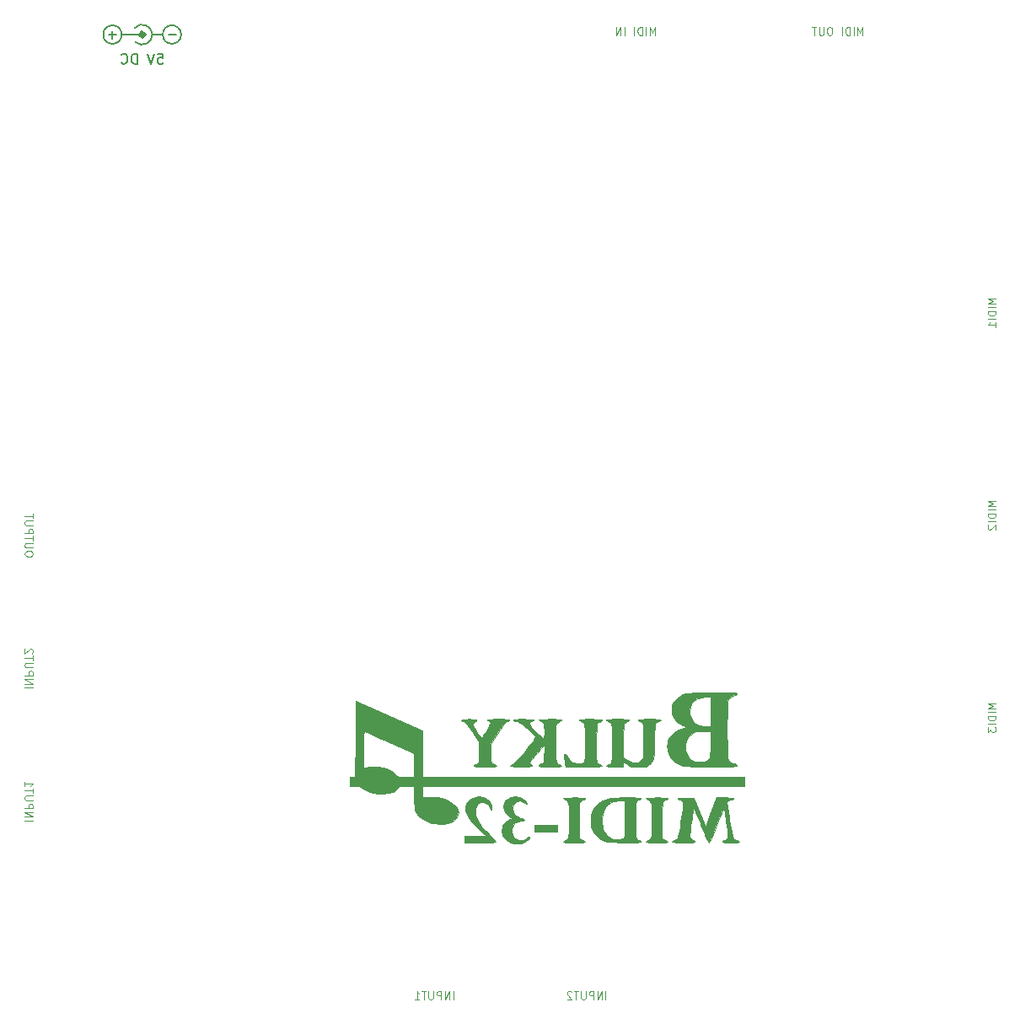
<source format=gbo>
G04 #@! TF.GenerationSoftware,KiCad,Pcbnew,(5.1.8)-1*
G04 #@! TF.CreationDate,2022-02-18T23:45:39+01:00*
G04 #@! TF.ProjectId,BulkyMIDI-32 Extras,42756c6b-794d-4494-9449-2d3332204578,rev?*
G04 #@! TF.SameCoordinates,Original*
G04 #@! TF.FileFunction,Legend,Bot*
G04 #@! TF.FilePolarity,Positive*
%FSLAX46Y46*%
G04 Gerber Fmt 4.6, Leading zero omitted, Abs format (unit mm)*
G04 Created by KiCad (PCBNEW (5.1.8)-1) date 2022-02-18 23:45:39*
%MOMM*%
%LPD*%
G01*
G04 APERTURE LIST*
%ADD10C,0.100000*%
%ADD11C,0.150000*%
%ADD12C,0.010000*%
%ADD13C,0.500000*%
G04 APERTURE END LIST*
D10*
X129733309Y-153396904D02*
X129733309Y-152596904D01*
X129352357Y-153396904D02*
X129352357Y-152596904D01*
X128895214Y-153396904D01*
X128895214Y-152596904D01*
X128514261Y-153396904D02*
X128514261Y-152596904D01*
X128209500Y-152596904D01*
X128133309Y-152635000D01*
X128095214Y-152673095D01*
X128057119Y-152749285D01*
X128057119Y-152863571D01*
X128095214Y-152939761D01*
X128133309Y-152977857D01*
X128209500Y-153015952D01*
X128514261Y-153015952D01*
X127714261Y-152596904D02*
X127714261Y-153244523D01*
X127676166Y-153320714D01*
X127638071Y-153358809D01*
X127561880Y-153396904D01*
X127409500Y-153396904D01*
X127333309Y-153358809D01*
X127295214Y-153320714D01*
X127257119Y-153244523D01*
X127257119Y-152596904D01*
X126990452Y-152596904D02*
X126533309Y-152596904D01*
X126761880Y-153396904D02*
X126761880Y-152596904D01*
X126304738Y-152673095D02*
X126266642Y-152635000D01*
X126190452Y-152596904D01*
X125999976Y-152596904D01*
X125923785Y-152635000D01*
X125885690Y-152673095D01*
X125847595Y-152749285D01*
X125847595Y-152825476D01*
X125885690Y-152939761D01*
X126342833Y-153396904D01*
X125847595Y-153396904D01*
X114429809Y-153396904D02*
X114429809Y-152596904D01*
X114048857Y-153396904D02*
X114048857Y-152596904D01*
X113591714Y-153396904D01*
X113591714Y-152596904D01*
X113210761Y-153396904D02*
X113210761Y-152596904D01*
X112906000Y-152596904D01*
X112829809Y-152635000D01*
X112791714Y-152673095D01*
X112753619Y-152749285D01*
X112753619Y-152863571D01*
X112791714Y-152939761D01*
X112829809Y-152977857D01*
X112906000Y-153015952D01*
X113210761Y-153015952D01*
X112410761Y-152596904D02*
X112410761Y-153244523D01*
X112372666Y-153320714D01*
X112334571Y-153358809D01*
X112258380Y-153396904D01*
X112106000Y-153396904D01*
X112029809Y-153358809D01*
X111991714Y-153320714D01*
X111953619Y-153244523D01*
X111953619Y-152596904D01*
X111686952Y-152596904D02*
X111229809Y-152596904D01*
X111458380Y-153396904D02*
X111458380Y-152596904D01*
X110544095Y-153396904D02*
X111001238Y-153396904D01*
X110772666Y-153396904D02*
X110772666Y-152596904D01*
X110848857Y-152711190D01*
X110925047Y-152787380D01*
X111001238Y-152825476D01*
X134692904Y-56622904D02*
X134692904Y-55822904D01*
X134426238Y-56394333D01*
X134159571Y-55822904D01*
X134159571Y-56622904D01*
X133778619Y-56622904D02*
X133778619Y-55822904D01*
X133397666Y-56622904D02*
X133397666Y-55822904D01*
X133207190Y-55822904D01*
X133092904Y-55861000D01*
X133016714Y-55937190D01*
X132978619Y-56013380D01*
X132940523Y-56165761D01*
X132940523Y-56280047D01*
X132978619Y-56432428D01*
X133016714Y-56508619D01*
X133092904Y-56584809D01*
X133207190Y-56622904D01*
X133397666Y-56622904D01*
X132597666Y-56622904D02*
X132597666Y-55822904D01*
X131607190Y-56622904D02*
X131607190Y-55822904D01*
X131226238Y-56622904D02*
X131226238Y-55822904D01*
X130769095Y-56622904D01*
X130769095Y-55822904D01*
X155546238Y-56622904D02*
X155546238Y-55822904D01*
X155279571Y-56394333D01*
X155012904Y-55822904D01*
X155012904Y-56622904D01*
X154631952Y-56622904D02*
X154631952Y-55822904D01*
X154251000Y-56622904D02*
X154251000Y-55822904D01*
X154060523Y-55822904D01*
X153946238Y-55861000D01*
X153870047Y-55937190D01*
X153831952Y-56013380D01*
X153793857Y-56165761D01*
X153793857Y-56280047D01*
X153831952Y-56432428D01*
X153870047Y-56508619D01*
X153946238Y-56584809D01*
X154060523Y-56622904D01*
X154251000Y-56622904D01*
X153451000Y-56622904D02*
X153451000Y-55822904D01*
X152308142Y-55822904D02*
X152155761Y-55822904D01*
X152079571Y-55861000D01*
X152003380Y-55937190D01*
X151965285Y-56089571D01*
X151965285Y-56356238D01*
X152003380Y-56508619D01*
X152079571Y-56584809D01*
X152155761Y-56622904D01*
X152308142Y-56622904D01*
X152384333Y-56584809D01*
X152460523Y-56508619D01*
X152498619Y-56356238D01*
X152498619Y-56089571D01*
X152460523Y-55937190D01*
X152384333Y-55861000D01*
X152308142Y-55822904D01*
X151622428Y-55822904D02*
X151622428Y-56470523D01*
X151584333Y-56546714D01*
X151546238Y-56584809D01*
X151470047Y-56622904D01*
X151317666Y-56622904D01*
X151241476Y-56584809D01*
X151203380Y-56546714D01*
X151165285Y-56470523D01*
X151165285Y-55822904D01*
X150898619Y-55822904D02*
X150441476Y-55822904D01*
X150670047Y-56622904D02*
X150670047Y-55822904D01*
X168890904Y-83042428D02*
X168090904Y-83042428D01*
X168662333Y-83309095D01*
X168090904Y-83575761D01*
X168890904Y-83575761D01*
X168890904Y-83956714D02*
X168090904Y-83956714D01*
X168890904Y-84337666D02*
X168090904Y-84337666D01*
X168090904Y-84528142D01*
X168129000Y-84642428D01*
X168205190Y-84718619D01*
X168281380Y-84756714D01*
X168433761Y-84794809D01*
X168548047Y-84794809D01*
X168700428Y-84756714D01*
X168776619Y-84718619D01*
X168852809Y-84642428D01*
X168890904Y-84528142D01*
X168890904Y-84337666D01*
X168890904Y-85137666D02*
X168090904Y-85137666D01*
X168890904Y-85937666D02*
X168890904Y-85480523D01*
X168890904Y-85709095D02*
X168090904Y-85709095D01*
X168205190Y-85632904D01*
X168281380Y-85556714D01*
X168319476Y-85480523D01*
X168890904Y-103362428D02*
X168090904Y-103362428D01*
X168662333Y-103629095D01*
X168090904Y-103895761D01*
X168890904Y-103895761D01*
X168890904Y-104276714D02*
X168090904Y-104276714D01*
X168890904Y-104657666D02*
X168090904Y-104657666D01*
X168090904Y-104848142D01*
X168129000Y-104962428D01*
X168205190Y-105038619D01*
X168281380Y-105076714D01*
X168433761Y-105114809D01*
X168548047Y-105114809D01*
X168700428Y-105076714D01*
X168776619Y-105038619D01*
X168852809Y-104962428D01*
X168890904Y-104848142D01*
X168890904Y-104657666D01*
X168890904Y-105457666D02*
X168090904Y-105457666D01*
X168167095Y-105800523D02*
X168129000Y-105838619D01*
X168090904Y-105914809D01*
X168090904Y-106105285D01*
X168129000Y-106181476D01*
X168167095Y-106219571D01*
X168243285Y-106257666D01*
X168319476Y-106257666D01*
X168433761Y-106219571D01*
X168890904Y-105762428D01*
X168890904Y-106257666D01*
X168890904Y-123682428D02*
X168090904Y-123682428D01*
X168662333Y-123949095D01*
X168090904Y-124215761D01*
X168890904Y-124215761D01*
X168890904Y-124596714D02*
X168090904Y-124596714D01*
X168890904Y-124977666D02*
X168090904Y-124977666D01*
X168090904Y-125168142D01*
X168129000Y-125282428D01*
X168205190Y-125358619D01*
X168281380Y-125396714D01*
X168433761Y-125434809D01*
X168548047Y-125434809D01*
X168700428Y-125396714D01*
X168776619Y-125358619D01*
X168852809Y-125282428D01*
X168890904Y-125168142D01*
X168890904Y-124977666D01*
X168890904Y-125777666D02*
X168090904Y-125777666D01*
X168090904Y-126082428D02*
X168090904Y-126577666D01*
X168395666Y-126311000D01*
X168395666Y-126425285D01*
X168433761Y-126501476D01*
X168471857Y-126539571D01*
X168548047Y-126577666D01*
X168738523Y-126577666D01*
X168814714Y-126539571D01*
X168852809Y-126501476D01*
X168890904Y-126425285D01*
X168890904Y-126196714D01*
X168852809Y-126120523D01*
X168814714Y-126082428D01*
X71393095Y-135452808D02*
X72193095Y-135452808D01*
X71393095Y-135071856D02*
X72193095Y-135071856D01*
X71393095Y-134614713D01*
X72193095Y-134614713D01*
X71393095Y-134233760D02*
X72193095Y-134233760D01*
X72193095Y-133928999D01*
X72155000Y-133852808D01*
X72116904Y-133814713D01*
X72040714Y-133776618D01*
X71926428Y-133776618D01*
X71850238Y-133814713D01*
X71812142Y-133852808D01*
X71774047Y-133928999D01*
X71774047Y-134233760D01*
X72193095Y-133433760D02*
X71545476Y-133433760D01*
X71469285Y-133395665D01*
X71431190Y-133357570D01*
X71393095Y-133281379D01*
X71393095Y-133128999D01*
X71431190Y-133052808D01*
X71469285Y-133014713D01*
X71545476Y-132976618D01*
X72193095Y-132976618D01*
X72193095Y-132709951D02*
X72193095Y-132252808D01*
X71393095Y-132481379D02*
X72193095Y-132481379D01*
X71393095Y-131567094D02*
X71393095Y-132024237D01*
X71393095Y-131795665D02*
X72193095Y-131795665D01*
X72078809Y-131871856D01*
X72002619Y-131948046D01*
X71964523Y-132024237D01*
X71393095Y-122112808D02*
X72193095Y-122112808D01*
X71393095Y-121731856D02*
X72193095Y-121731856D01*
X71393095Y-121274713D01*
X72193095Y-121274713D01*
X71393095Y-120893760D02*
X72193095Y-120893760D01*
X72193095Y-120588999D01*
X72155000Y-120512808D01*
X72116904Y-120474713D01*
X72040714Y-120436618D01*
X71926428Y-120436618D01*
X71850238Y-120474713D01*
X71812142Y-120512808D01*
X71774047Y-120588999D01*
X71774047Y-120893760D01*
X72193095Y-120093760D02*
X71545476Y-120093760D01*
X71469285Y-120055665D01*
X71431190Y-120017570D01*
X71393095Y-119941379D01*
X71393095Y-119788999D01*
X71431190Y-119712808D01*
X71469285Y-119674713D01*
X71545476Y-119636618D01*
X72193095Y-119636618D01*
X72193095Y-119369951D02*
X72193095Y-118912808D01*
X71393095Y-119141379D02*
X72193095Y-119141379D01*
X72116904Y-118684237D02*
X72155000Y-118646141D01*
X72193095Y-118569951D01*
X72193095Y-118379475D01*
X72155000Y-118303284D01*
X72116904Y-118265189D01*
X72040714Y-118227094D01*
X71964523Y-118227094D01*
X71850238Y-118265189D01*
X71393095Y-118722332D01*
X71393095Y-118227094D01*
X72193095Y-108772808D02*
X72193095Y-108620427D01*
X72155000Y-108544237D01*
X72078809Y-108468046D01*
X71926428Y-108429951D01*
X71659761Y-108429951D01*
X71507380Y-108468046D01*
X71431190Y-108544237D01*
X71393095Y-108620427D01*
X71393095Y-108772808D01*
X71431190Y-108848999D01*
X71507380Y-108925189D01*
X71659761Y-108963284D01*
X71926428Y-108963284D01*
X72078809Y-108925189D01*
X72155000Y-108848999D01*
X72193095Y-108772808D01*
X72193095Y-108087094D02*
X71545476Y-108087094D01*
X71469285Y-108048999D01*
X71431190Y-108010903D01*
X71393095Y-107934713D01*
X71393095Y-107782332D01*
X71431190Y-107706141D01*
X71469285Y-107668046D01*
X71545476Y-107629951D01*
X72193095Y-107629951D01*
X72193095Y-107363284D02*
X72193095Y-106906141D01*
X71393095Y-107134713D02*
X72193095Y-107134713D01*
X71393095Y-106639475D02*
X72193095Y-106639475D01*
X72193095Y-106334713D01*
X72155000Y-106258522D01*
X72116904Y-106220427D01*
X72040714Y-106182332D01*
X71926428Y-106182332D01*
X71850238Y-106220427D01*
X71812142Y-106258522D01*
X71774047Y-106334713D01*
X71774047Y-106639475D01*
X72193095Y-105839475D02*
X71545476Y-105839475D01*
X71469285Y-105801379D01*
X71431190Y-105763284D01*
X71393095Y-105687094D01*
X71393095Y-105534713D01*
X71431190Y-105458522D01*
X71469285Y-105420427D01*
X71545476Y-105382332D01*
X72193095Y-105382332D01*
X72193095Y-105115665D02*
X72193095Y-104658522D01*
X71393095Y-104887094D02*
X72193095Y-104887094D01*
D11*
X84756428Y-58507380D02*
X85232619Y-58507380D01*
X85280238Y-58983571D01*
X85232619Y-58935952D01*
X85137380Y-58888333D01*
X84899285Y-58888333D01*
X84804047Y-58935952D01*
X84756428Y-58983571D01*
X84708809Y-59078809D01*
X84708809Y-59316904D01*
X84756428Y-59412142D01*
X84804047Y-59459761D01*
X84899285Y-59507380D01*
X85137380Y-59507380D01*
X85232619Y-59459761D01*
X85280238Y-59412142D01*
X84423095Y-58507380D02*
X84089761Y-59507380D01*
X83756428Y-58507380D01*
X82661190Y-59507380D02*
X82661190Y-58507380D01*
X82423095Y-58507380D01*
X82280238Y-58555000D01*
X82185000Y-58650238D01*
X82137380Y-58745476D01*
X82089761Y-58935952D01*
X82089761Y-59078809D01*
X82137380Y-59269285D01*
X82185000Y-59364523D01*
X82280238Y-59459761D01*
X82423095Y-59507380D01*
X82661190Y-59507380D01*
X81089761Y-59412142D02*
X81137380Y-59459761D01*
X81280238Y-59507380D01*
X81375476Y-59507380D01*
X81518333Y-59459761D01*
X81613571Y-59364523D01*
X81661190Y-59269285D01*
X81708809Y-59078809D01*
X81708809Y-58935952D01*
X81661190Y-58745476D01*
X81613571Y-58650238D01*
X81518333Y-58555000D01*
X81375476Y-58507380D01*
X81280238Y-58507380D01*
X81137380Y-58555000D01*
X81089761Y-58602619D01*
D12*
G36*
X115685970Y-125287888D02*
G01*
X115464949Y-125296671D01*
X115332008Y-125314279D01*
X115267720Y-125343139D01*
X115252500Y-125380750D01*
X115300831Y-125464992D01*
X115342878Y-125476000D01*
X115462751Y-125515769D01*
X115619099Y-125639427D01*
X115817867Y-125853497D01*
X116065000Y-126164503D01*
X116366441Y-126578967D01*
X116428931Y-126667927D01*
X117030500Y-127528238D01*
X117030500Y-128537005D01*
X117029796Y-128916334D01*
X117025778Y-129190001D01*
X117015592Y-129379342D01*
X116996382Y-129505693D01*
X116965292Y-129590391D01*
X116919467Y-129654773D01*
X116874637Y-129701636D01*
X116731479Y-129808915D01*
X116596058Y-129857277D01*
X116588887Y-129857500D01*
X116483195Y-129896530D01*
X116459000Y-129952750D01*
X116475077Y-129987169D01*
X116534147Y-130012362D01*
X116652473Y-130029683D01*
X116846314Y-130040488D01*
X117131932Y-130046131D01*
X117525588Y-130047968D01*
X117602000Y-130048000D01*
X118015033Y-130046660D01*
X118317346Y-130041737D01*
X118525200Y-130031877D01*
X118654858Y-130015723D01*
X118722579Y-129991922D01*
X118744625Y-129959117D01*
X118745000Y-129952750D01*
X118691777Y-129875242D01*
X118615114Y-129857500D01*
X118482660Y-129814445D01*
X118337888Y-129709975D01*
X118329364Y-129701636D01*
X118266981Y-129633473D01*
X118223934Y-129559768D01*
X118196642Y-129456969D01*
X118181528Y-129301522D01*
X118175011Y-129069875D01*
X118173514Y-128738476D01*
X118173500Y-128675967D01*
X118173500Y-127806162D01*
X118848910Y-126765878D01*
X119126536Y-126344488D01*
X119350059Y-126021357D01*
X119529346Y-125785033D01*
X119674263Y-125624061D01*
X119794675Y-125526990D01*
X119900450Y-125482366D01*
X119960064Y-125476000D01*
X120058229Y-125433877D01*
X120078500Y-125380750D01*
X120062253Y-125345901D01*
X120002529Y-125320525D01*
X119882858Y-125303210D01*
X119686768Y-125292542D01*
X119397788Y-125287111D01*
X118999446Y-125285505D01*
X118967250Y-125285500D01*
X118557938Y-125287064D01*
X118259604Y-125292628D01*
X118056259Y-125303499D01*
X117931910Y-125320985D01*
X117870566Y-125346392D01*
X117856000Y-125376333D01*
X117910054Y-125455028D01*
X117998875Y-125487458D01*
X118114376Y-125531674D01*
X118158885Y-125628213D01*
X118129755Y-125786866D01*
X118024337Y-126017425D01*
X117839984Y-126329683D01*
X117721396Y-126513410D01*
X117529737Y-126799210D01*
X117392138Y-126989286D01*
X117297100Y-127096687D01*
X117233122Y-127134458D01*
X117189628Y-127116660D01*
X117071698Y-126971006D01*
X116926471Y-126765273D01*
X116771255Y-126527569D01*
X116623358Y-126286002D01*
X116500090Y-126068679D01*
X116418759Y-125903708D01*
X116395500Y-125827071D01*
X116442079Y-125678214D01*
X116552635Y-125544942D01*
X116683396Y-125477371D01*
X116702126Y-125475999D01*
X116768035Y-125424749D01*
X116776500Y-125380750D01*
X116757395Y-125339683D01*
X116687127Y-125312056D01*
X116546267Y-125295438D01*
X116315386Y-125287402D01*
X116014500Y-125285500D01*
X115685970Y-125287888D01*
G37*
X115685970Y-125287888D02*
X115464949Y-125296671D01*
X115332008Y-125314279D01*
X115267720Y-125343139D01*
X115252500Y-125380750D01*
X115300831Y-125464992D01*
X115342878Y-125476000D01*
X115462751Y-125515769D01*
X115619099Y-125639427D01*
X115817867Y-125853497D01*
X116065000Y-126164503D01*
X116366441Y-126578967D01*
X116428931Y-126667927D01*
X117030500Y-127528238D01*
X117030500Y-128537005D01*
X117029796Y-128916334D01*
X117025778Y-129190001D01*
X117015592Y-129379342D01*
X116996382Y-129505693D01*
X116965292Y-129590391D01*
X116919467Y-129654773D01*
X116874637Y-129701636D01*
X116731479Y-129808915D01*
X116596058Y-129857277D01*
X116588887Y-129857500D01*
X116483195Y-129896530D01*
X116459000Y-129952750D01*
X116475077Y-129987169D01*
X116534147Y-130012362D01*
X116652473Y-130029683D01*
X116846314Y-130040488D01*
X117131932Y-130046131D01*
X117525588Y-130047968D01*
X117602000Y-130048000D01*
X118015033Y-130046660D01*
X118317346Y-130041737D01*
X118525200Y-130031877D01*
X118654858Y-130015723D01*
X118722579Y-129991922D01*
X118744625Y-129959117D01*
X118745000Y-129952750D01*
X118691777Y-129875242D01*
X118615114Y-129857500D01*
X118482660Y-129814445D01*
X118337888Y-129709975D01*
X118329364Y-129701636D01*
X118266981Y-129633473D01*
X118223934Y-129559768D01*
X118196642Y-129456969D01*
X118181528Y-129301522D01*
X118175011Y-129069875D01*
X118173514Y-128738476D01*
X118173500Y-128675967D01*
X118173500Y-127806162D01*
X118848910Y-126765878D01*
X119126536Y-126344488D01*
X119350059Y-126021357D01*
X119529346Y-125785033D01*
X119674263Y-125624061D01*
X119794675Y-125526990D01*
X119900450Y-125482366D01*
X119960064Y-125476000D01*
X120058229Y-125433877D01*
X120078500Y-125380750D01*
X120062253Y-125345901D01*
X120002529Y-125320525D01*
X119882858Y-125303210D01*
X119686768Y-125292542D01*
X119397788Y-125287111D01*
X118999446Y-125285505D01*
X118967250Y-125285500D01*
X118557938Y-125287064D01*
X118259604Y-125292628D01*
X118056259Y-125303499D01*
X117931910Y-125320985D01*
X117870566Y-125346392D01*
X117856000Y-125376333D01*
X117910054Y-125455028D01*
X117998875Y-125487458D01*
X118114376Y-125531674D01*
X118158885Y-125628213D01*
X118129755Y-125786866D01*
X118024337Y-126017425D01*
X117839984Y-126329683D01*
X117721396Y-126513410D01*
X117529737Y-126799210D01*
X117392138Y-126989286D01*
X117297100Y-127096687D01*
X117233122Y-127134458D01*
X117189628Y-127116660D01*
X117071698Y-126971006D01*
X116926471Y-126765273D01*
X116771255Y-126527569D01*
X116623358Y-126286002D01*
X116500090Y-126068679D01*
X116418759Y-125903708D01*
X116395500Y-125827071D01*
X116442079Y-125678214D01*
X116552635Y-125544942D01*
X116683396Y-125477371D01*
X116702126Y-125475999D01*
X116768035Y-125424749D01*
X116776500Y-125380750D01*
X116757395Y-125339683D01*
X116687127Y-125312056D01*
X116546267Y-125295438D01*
X116315386Y-125287402D01*
X116014500Y-125285500D01*
X115685970Y-125287888D01*
G36*
X121088903Y-125287077D02*
G01*
X120812125Y-125292881D01*
X120628017Y-125304520D01*
X120519425Y-125323602D01*
X120469196Y-125351735D01*
X120459500Y-125380750D01*
X120514814Y-125457287D01*
X120620361Y-125476000D01*
X120760071Y-125490514D01*
X120912482Y-125539387D01*
X121088516Y-125630618D01*
X121299099Y-125772204D01*
X121555152Y-125972142D01*
X121867599Y-126238429D01*
X122247362Y-126579063D01*
X122705366Y-127002042D01*
X122707910Y-127004414D01*
X122695970Y-127063937D01*
X122612907Y-127201677D01*
X122456567Y-127420442D01*
X122224797Y-127723043D01*
X121915441Y-128112290D01*
X121526348Y-128590993D01*
X121055362Y-129161962D01*
X121040570Y-129179793D01*
X120787175Y-129467930D01*
X120566892Y-129684265D01*
X120395567Y-129813650D01*
X120357945Y-129832476D01*
X120213222Y-129901285D01*
X120153436Y-129954485D01*
X120185882Y-129993833D01*
X120317856Y-130021086D01*
X120556651Y-130037999D01*
X120909565Y-130046329D01*
X121253250Y-130048000D01*
X121674748Y-130045844D01*
X121982837Y-130038726D01*
X122191050Y-130025669D01*
X122312915Y-130005697D01*
X122361963Y-129977833D01*
X122364500Y-129967807D01*
X122312976Y-129882288D01*
X122225733Y-129824932D01*
X122109461Y-129751388D01*
X122066584Y-129697552D01*
X122098406Y-129630255D01*
X122199135Y-129481399D01*
X122356743Y-129267295D01*
X122559201Y-129004254D01*
X122794482Y-128708588D01*
X122810347Y-128688971D01*
X123574492Y-127745088D01*
X123539250Y-129635250D01*
X123271677Y-129762250D01*
X123099232Y-129851375D01*
X123008083Y-129920389D01*
X123005550Y-129971693D01*
X123098955Y-130007690D01*
X123295618Y-130030782D01*
X123602861Y-130043371D01*
X124028005Y-130047860D01*
X124142500Y-130048000D01*
X124558768Y-130046467D01*
X124863775Y-130041044D01*
X125073234Y-130030491D01*
X125202858Y-130013566D01*
X125268358Y-129989030D01*
X125285500Y-129957795D01*
X125230515Y-129882464D01*
X125097968Y-129826412D01*
X125095079Y-129825767D01*
X124991135Y-129799349D01*
X124908042Y-129761810D01*
X124843468Y-129699847D01*
X124795078Y-129600157D01*
X124760542Y-129449438D01*
X124737527Y-129234388D01*
X124723698Y-128941704D01*
X124716725Y-128558085D01*
X124714274Y-128070227D01*
X124714000Y-127652620D01*
X124714391Y-127116657D01*
X124716172Y-126693211D01*
X124720259Y-126367801D01*
X124727567Y-126125944D01*
X124739011Y-125953160D01*
X124755506Y-125834965D01*
X124777966Y-125756879D01*
X124807307Y-125704420D01*
X124839385Y-125668115D01*
X124995540Y-125556234D01*
X125125135Y-125502481D01*
X125245051Y-125442532D01*
X125285500Y-125373866D01*
X125264639Y-125341566D01*
X125191759Y-125317889D01*
X125051421Y-125301641D01*
X124828184Y-125291627D01*
X124506605Y-125286655D01*
X124142500Y-125285500D01*
X123718087Y-125287424D01*
X123406463Y-125293881D01*
X123193466Y-125305891D01*
X123064933Y-125324476D01*
X123006702Y-125350660D01*
X122999500Y-125367993D01*
X123053503Y-125441278D01*
X123186870Y-125517220D01*
X123221708Y-125530838D01*
X123387908Y-125616652D01*
X123501565Y-125720678D01*
X123509476Y-125733692D01*
X123535661Y-125848716D01*
X123552932Y-126062627D01*
X123559730Y-126347521D01*
X123557144Y-126585807D01*
X123539250Y-127315421D01*
X122789808Y-126609571D01*
X122479141Y-126311451D01*
X122259036Y-126082811D01*
X122123395Y-125910755D01*
X122066118Y-125782388D01*
X122081107Y-125684813D01*
X122162263Y-125605136D01*
X122283751Y-125539500D01*
X122420533Y-125455852D01*
X122488519Y-125374960D01*
X122490126Y-125364875D01*
X122458912Y-125333430D01*
X122354962Y-125310833D01*
X122164699Y-125296021D01*
X121874542Y-125287930D01*
X121475500Y-125285500D01*
X121088903Y-125287077D01*
G37*
X121088903Y-125287077D02*
X120812125Y-125292881D01*
X120628017Y-125304520D01*
X120519425Y-125323602D01*
X120469196Y-125351735D01*
X120459500Y-125380750D01*
X120514814Y-125457287D01*
X120620361Y-125476000D01*
X120760071Y-125490514D01*
X120912482Y-125539387D01*
X121088516Y-125630618D01*
X121299099Y-125772204D01*
X121555152Y-125972142D01*
X121867599Y-126238429D01*
X122247362Y-126579063D01*
X122705366Y-127002042D01*
X122707910Y-127004414D01*
X122695970Y-127063937D01*
X122612907Y-127201677D01*
X122456567Y-127420442D01*
X122224797Y-127723043D01*
X121915441Y-128112290D01*
X121526348Y-128590993D01*
X121055362Y-129161962D01*
X121040570Y-129179793D01*
X120787175Y-129467930D01*
X120566892Y-129684265D01*
X120395567Y-129813650D01*
X120357945Y-129832476D01*
X120213222Y-129901285D01*
X120153436Y-129954485D01*
X120185882Y-129993833D01*
X120317856Y-130021086D01*
X120556651Y-130037999D01*
X120909565Y-130046329D01*
X121253250Y-130048000D01*
X121674748Y-130045844D01*
X121982837Y-130038726D01*
X122191050Y-130025669D01*
X122312915Y-130005697D01*
X122361963Y-129977833D01*
X122364500Y-129967807D01*
X122312976Y-129882288D01*
X122225733Y-129824932D01*
X122109461Y-129751388D01*
X122066584Y-129697552D01*
X122098406Y-129630255D01*
X122199135Y-129481399D01*
X122356743Y-129267295D01*
X122559201Y-129004254D01*
X122794482Y-128708588D01*
X122810347Y-128688971D01*
X123574492Y-127745088D01*
X123539250Y-129635250D01*
X123271677Y-129762250D01*
X123099232Y-129851375D01*
X123008083Y-129920389D01*
X123005550Y-129971693D01*
X123098955Y-130007690D01*
X123295618Y-130030782D01*
X123602861Y-130043371D01*
X124028005Y-130047860D01*
X124142500Y-130048000D01*
X124558768Y-130046467D01*
X124863775Y-130041044D01*
X125073234Y-130030491D01*
X125202858Y-130013566D01*
X125268358Y-129989030D01*
X125285500Y-129957795D01*
X125230515Y-129882464D01*
X125097968Y-129826412D01*
X125095079Y-129825767D01*
X124991135Y-129799349D01*
X124908042Y-129761810D01*
X124843468Y-129699847D01*
X124795078Y-129600157D01*
X124760542Y-129449438D01*
X124737527Y-129234388D01*
X124723698Y-128941704D01*
X124716725Y-128558085D01*
X124714274Y-128070227D01*
X124714000Y-127652620D01*
X124714391Y-127116657D01*
X124716172Y-126693211D01*
X124720259Y-126367801D01*
X124727567Y-126125944D01*
X124739011Y-125953160D01*
X124755506Y-125834965D01*
X124777966Y-125756879D01*
X124807307Y-125704420D01*
X124839385Y-125668115D01*
X124995540Y-125556234D01*
X125125135Y-125502481D01*
X125245051Y-125442532D01*
X125285500Y-125373866D01*
X125264639Y-125341566D01*
X125191759Y-125317889D01*
X125051421Y-125301641D01*
X124828184Y-125291627D01*
X124506605Y-125286655D01*
X124142500Y-125285500D01*
X123718087Y-125287424D01*
X123406463Y-125293881D01*
X123193466Y-125305891D01*
X123064933Y-125324476D01*
X123006702Y-125350660D01*
X122999500Y-125367993D01*
X123053503Y-125441278D01*
X123186870Y-125517220D01*
X123221708Y-125530838D01*
X123387908Y-125616652D01*
X123501565Y-125720678D01*
X123509476Y-125733692D01*
X123535661Y-125848716D01*
X123552932Y-126062627D01*
X123559730Y-126347521D01*
X123557144Y-126585807D01*
X123539250Y-127315421D01*
X122789808Y-126609571D01*
X122479141Y-126311451D01*
X122259036Y-126082811D01*
X122123395Y-125910755D01*
X122066118Y-125782388D01*
X122081107Y-125684813D01*
X122162263Y-125605136D01*
X122283751Y-125539500D01*
X122420533Y-125455852D01*
X122488519Y-125374960D01*
X122490126Y-125364875D01*
X122458912Y-125333430D01*
X122354962Y-125310833D01*
X122164699Y-125296021D01*
X121874542Y-125287930D01*
X121475500Y-125285500D01*
X121088903Y-125287077D01*
G36*
X127788716Y-125287112D02*
G01*
X127482459Y-125292747D01*
X127272288Y-125303596D01*
X127142762Y-125320855D01*
X127078441Y-125345716D01*
X127063500Y-125373866D01*
X127117675Y-125453540D01*
X127223866Y-125502481D01*
X127394201Y-125579848D01*
X127509616Y-125668115D01*
X127545644Y-125709906D01*
X127574032Y-125764600D01*
X127595685Y-125846631D01*
X127611512Y-125970437D01*
X127622419Y-126150452D01*
X127629314Y-126401112D01*
X127633104Y-126736852D01*
X127634697Y-127172109D01*
X127635000Y-127663149D01*
X127634806Y-128198909D01*
X127633541Y-128621902D01*
X127630185Y-128946360D01*
X127623719Y-129186516D01*
X127613121Y-129356603D01*
X127597372Y-129470853D01*
X127575450Y-129543499D01*
X127546336Y-129588774D01*
X127509010Y-129620910D01*
X127493871Y-129631649D01*
X127323750Y-129696238D01*
X127077004Y-129726529D01*
X126799368Y-129722233D01*
X126536578Y-129683067D01*
X126394791Y-129638523D01*
X126210607Y-129516826D01*
X126023944Y-129297396D01*
X125936456Y-129165144D01*
X125773978Y-128924234D01*
X125658339Y-128800420D01*
X125586377Y-128794059D01*
X125554925Y-128905506D01*
X125560820Y-129135116D01*
X125567319Y-129206625D01*
X125595025Y-129462883D01*
X125624272Y-129698769D01*
X125645284Y-129841625D01*
X125680634Y-130048000D01*
X127515067Y-130048000D01*
X128055679Y-130047167D01*
X128481964Y-130044256D01*
X128806589Y-130038643D01*
X129042221Y-130029704D01*
X129201524Y-130016818D01*
X129297164Y-129999361D01*
X129341808Y-129976711D01*
X129349500Y-129957795D01*
X129294636Y-129881628D01*
X129165585Y-129827196D01*
X129059537Y-129802158D01*
X128974746Y-129769810D01*
X128908970Y-129716927D01*
X128859967Y-129630287D01*
X128825496Y-129496664D01*
X128803314Y-129302836D01*
X128791181Y-129035578D01*
X128786853Y-128681667D01*
X128788091Y-128227878D01*
X128792651Y-127660988D01*
X128792930Y-127628954D01*
X128809750Y-125698250D01*
X129077324Y-125571250D01*
X129249769Y-125482124D01*
X129340918Y-125413110D01*
X129343451Y-125361806D01*
X129250046Y-125325809D01*
X129053383Y-125302717D01*
X128746140Y-125290128D01*
X128320996Y-125285639D01*
X128206500Y-125285500D01*
X127788716Y-125287112D01*
G37*
X127788716Y-125287112D02*
X127482459Y-125292747D01*
X127272288Y-125303596D01*
X127142762Y-125320855D01*
X127078441Y-125345716D01*
X127063500Y-125373866D01*
X127117675Y-125453540D01*
X127223866Y-125502481D01*
X127394201Y-125579848D01*
X127509616Y-125668115D01*
X127545644Y-125709906D01*
X127574032Y-125764600D01*
X127595685Y-125846631D01*
X127611512Y-125970437D01*
X127622419Y-126150452D01*
X127629314Y-126401112D01*
X127633104Y-126736852D01*
X127634697Y-127172109D01*
X127635000Y-127663149D01*
X127634806Y-128198909D01*
X127633541Y-128621902D01*
X127630185Y-128946360D01*
X127623719Y-129186516D01*
X127613121Y-129356603D01*
X127597372Y-129470853D01*
X127575450Y-129543499D01*
X127546336Y-129588774D01*
X127509010Y-129620910D01*
X127493871Y-129631649D01*
X127323750Y-129696238D01*
X127077004Y-129726529D01*
X126799368Y-129722233D01*
X126536578Y-129683067D01*
X126394791Y-129638523D01*
X126210607Y-129516826D01*
X126023944Y-129297396D01*
X125936456Y-129165144D01*
X125773978Y-128924234D01*
X125658339Y-128800420D01*
X125586377Y-128794059D01*
X125554925Y-128905506D01*
X125560820Y-129135116D01*
X125567319Y-129206625D01*
X125595025Y-129462883D01*
X125624272Y-129698769D01*
X125645284Y-129841625D01*
X125680634Y-130048000D01*
X127515067Y-130048000D01*
X128055679Y-130047167D01*
X128481964Y-130044256D01*
X128806589Y-130038643D01*
X129042221Y-130029704D01*
X129201524Y-130016818D01*
X129297164Y-129999361D01*
X129341808Y-129976711D01*
X129349500Y-129957795D01*
X129294636Y-129881628D01*
X129165585Y-129827196D01*
X129059537Y-129802158D01*
X128974746Y-129769810D01*
X128908970Y-129716927D01*
X128859967Y-129630287D01*
X128825496Y-129496664D01*
X128803314Y-129302836D01*
X128791181Y-129035578D01*
X128786853Y-128681667D01*
X128788091Y-128227878D01*
X128792651Y-127660988D01*
X128792930Y-127628954D01*
X128809750Y-125698250D01*
X129077324Y-125571250D01*
X129249769Y-125482124D01*
X129340918Y-125413110D01*
X129343451Y-125361806D01*
X129250046Y-125325809D01*
X129053383Y-125302717D01*
X128746140Y-125290128D01*
X128320996Y-125285639D01*
X128206500Y-125285500D01*
X127788716Y-125287112D01*
G36*
X141323605Y-122624542D02*
G01*
X140764835Y-122628412D01*
X140382625Y-122631382D01*
X139754063Y-122636510D01*
X139238977Y-122641547D01*
X138823846Y-122647302D01*
X138495150Y-122654586D01*
X138239369Y-122664207D01*
X138042981Y-122676975D01*
X137892466Y-122693700D01*
X137774303Y-122715190D01*
X137674972Y-122742256D01*
X137580952Y-122775707D01*
X137511219Y-122803290D01*
X137133529Y-123004055D01*
X136807798Y-123272044D01*
X136558104Y-123582538D01*
X136408524Y-123910815D01*
X136399844Y-123944314D01*
X136346012Y-124407254D01*
X136412613Y-124834210D01*
X136596894Y-125220087D01*
X136896102Y-125559789D01*
X137307483Y-125848222D01*
X137475666Y-125935262D01*
X137890250Y-126133609D01*
X137604500Y-126207225D01*
X137097329Y-126384027D01*
X136660359Y-126629890D01*
X136311167Y-126932569D01*
X136068858Y-127276821D01*
X135988074Y-127490651D01*
X135925699Y-127754410D01*
X135906226Y-127896537D01*
X135918888Y-128391783D01*
X136046398Y-128839679D01*
X136282663Y-129231631D01*
X136621590Y-129559043D01*
X137057083Y-129813321D01*
X137341314Y-129920707D01*
X137449474Y-129952613D01*
X137561018Y-129978715D01*
X137689427Y-129999592D01*
X137848185Y-130015822D01*
X138050776Y-130027984D01*
X138310683Y-130036654D01*
X138641389Y-130042412D01*
X139056377Y-130045836D01*
X139569130Y-130047503D01*
X140193132Y-130047992D01*
X140309939Y-130048000D01*
X140947984Y-130047784D01*
X141470535Y-130046783D01*
X141889097Y-130044463D01*
X142215175Y-130040291D01*
X142460275Y-130033736D01*
X142635902Y-130024265D01*
X142753562Y-130011344D01*
X142824761Y-129994442D01*
X142861002Y-129973025D01*
X142873793Y-129946561D01*
X142875000Y-129929252D01*
X142833265Y-129837459D01*
X142694388Y-129763407D01*
X142593705Y-129731747D01*
X142301279Y-129612594D01*
X142108233Y-129437085D01*
X141992044Y-129184477D01*
X141989454Y-129175288D01*
X141972644Y-129049738D01*
X141958250Y-128814116D01*
X141946270Y-128485327D01*
X141936699Y-128080276D01*
X141929537Y-127615868D01*
X141924781Y-127109009D01*
X141922429Y-126576603D01*
X141922436Y-126492000D01*
X140282789Y-126492000D01*
X140261270Y-127789221D01*
X140253094Y-128230746D01*
X140243922Y-128563871D01*
X140231809Y-128807192D01*
X140214808Y-128979305D01*
X140190975Y-129098805D01*
X140158362Y-129184289D01*
X140115026Y-129254353D01*
X140106803Y-129265596D01*
X139903636Y-129440550D01*
X139616000Y-129554729D01*
X139274019Y-129602108D01*
X138907817Y-129576661D01*
X138740031Y-129538981D01*
X138363606Y-129374862D01*
X138071885Y-129117991D01*
X137868977Y-128773770D01*
X137758994Y-128347601D01*
X137746908Y-128234055D01*
X137747642Y-127795239D01*
X137833545Y-127431201D01*
X138013350Y-127115296D01*
X138172763Y-126934956D01*
X138377430Y-126755287D01*
X138589263Y-126629794D01*
X138836653Y-126549869D01*
X139147990Y-126506902D01*
X139551668Y-126492285D01*
X139633637Y-126492000D01*
X140282789Y-126492000D01*
X141922436Y-126492000D01*
X141922478Y-126035554D01*
X141922714Y-125984000D01*
X140271500Y-125984000D01*
X139811125Y-125983645D01*
X139540571Y-125973873D01*
X139284263Y-125948681D01*
X139108131Y-125915920D01*
X138782821Y-125762642D01*
X138514253Y-125510253D01*
X138315694Y-125178969D01*
X138200410Y-124789006D01*
X138176355Y-124496099D01*
X138224779Y-124058486D01*
X138369448Y-123702196D01*
X138611421Y-123426250D01*
X138951761Y-123229671D01*
X139391526Y-123111480D01*
X139714746Y-123077129D01*
X140271500Y-123045384D01*
X140271500Y-125984000D01*
X141922714Y-125984000D01*
X141924926Y-125502770D01*
X141929770Y-124995153D01*
X141937009Y-124529610D01*
X141946639Y-124123045D01*
X141958659Y-123792363D01*
X141973066Y-123554470D01*
X141989858Y-123426270D01*
X141990251Y-123424821D01*
X142120136Y-123185259D01*
X142351464Y-123005170D01*
X142667474Y-122897585D01*
X142668625Y-122897367D01*
X142823160Y-122842294D01*
X142874675Y-122746298D01*
X142875000Y-122735040D01*
X142871437Y-122704008D01*
X142852950Y-122678800D01*
X142807849Y-122658929D01*
X142724443Y-122643908D01*
X142591038Y-122633251D01*
X142395944Y-122626472D01*
X142127468Y-122623085D01*
X141773919Y-122622604D01*
X141323605Y-122624542D01*
G37*
X141323605Y-122624542D02*
X140764835Y-122628412D01*
X140382625Y-122631382D01*
X139754063Y-122636510D01*
X139238977Y-122641547D01*
X138823846Y-122647302D01*
X138495150Y-122654586D01*
X138239369Y-122664207D01*
X138042981Y-122676975D01*
X137892466Y-122693700D01*
X137774303Y-122715190D01*
X137674972Y-122742256D01*
X137580952Y-122775707D01*
X137511219Y-122803290D01*
X137133529Y-123004055D01*
X136807798Y-123272044D01*
X136558104Y-123582538D01*
X136408524Y-123910815D01*
X136399844Y-123944314D01*
X136346012Y-124407254D01*
X136412613Y-124834210D01*
X136596894Y-125220087D01*
X136896102Y-125559789D01*
X137307483Y-125848222D01*
X137475666Y-125935262D01*
X137890250Y-126133609D01*
X137604500Y-126207225D01*
X137097329Y-126384027D01*
X136660359Y-126629890D01*
X136311167Y-126932569D01*
X136068858Y-127276821D01*
X135988074Y-127490651D01*
X135925699Y-127754410D01*
X135906226Y-127896537D01*
X135918888Y-128391783D01*
X136046398Y-128839679D01*
X136282663Y-129231631D01*
X136621590Y-129559043D01*
X137057083Y-129813321D01*
X137341314Y-129920707D01*
X137449474Y-129952613D01*
X137561018Y-129978715D01*
X137689427Y-129999592D01*
X137848185Y-130015822D01*
X138050776Y-130027984D01*
X138310683Y-130036654D01*
X138641389Y-130042412D01*
X139056377Y-130045836D01*
X139569130Y-130047503D01*
X140193132Y-130047992D01*
X140309939Y-130048000D01*
X140947984Y-130047784D01*
X141470535Y-130046783D01*
X141889097Y-130044463D01*
X142215175Y-130040291D01*
X142460275Y-130033736D01*
X142635902Y-130024265D01*
X142753562Y-130011344D01*
X142824761Y-129994442D01*
X142861002Y-129973025D01*
X142873793Y-129946561D01*
X142875000Y-129929252D01*
X142833265Y-129837459D01*
X142694388Y-129763407D01*
X142593705Y-129731747D01*
X142301279Y-129612594D01*
X142108233Y-129437085D01*
X141992044Y-129184477D01*
X141989454Y-129175288D01*
X141972644Y-129049738D01*
X141958250Y-128814116D01*
X141946270Y-128485327D01*
X141936699Y-128080276D01*
X141929537Y-127615868D01*
X141924781Y-127109009D01*
X141922429Y-126576603D01*
X141922436Y-126492000D01*
X140282789Y-126492000D01*
X140261270Y-127789221D01*
X140253094Y-128230746D01*
X140243922Y-128563871D01*
X140231809Y-128807192D01*
X140214808Y-128979305D01*
X140190975Y-129098805D01*
X140158362Y-129184289D01*
X140115026Y-129254353D01*
X140106803Y-129265596D01*
X139903636Y-129440550D01*
X139616000Y-129554729D01*
X139274019Y-129602108D01*
X138907817Y-129576661D01*
X138740031Y-129538981D01*
X138363606Y-129374862D01*
X138071885Y-129117991D01*
X137868977Y-128773770D01*
X137758994Y-128347601D01*
X137746908Y-128234055D01*
X137747642Y-127795239D01*
X137833545Y-127431201D01*
X138013350Y-127115296D01*
X138172763Y-126934956D01*
X138377430Y-126755287D01*
X138589263Y-126629794D01*
X138836653Y-126549869D01*
X139147990Y-126506902D01*
X139551668Y-126492285D01*
X139633637Y-126492000D01*
X140282789Y-126492000D01*
X141922436Y-126492000D01*
X141922478Y-126035554D01*
X141922714Y-125984000D01*
X140271500Y-125984000D01*
X139811125Y-125983645D01*
X139540571Y-125973873D01*
X139284263Y-125948681D01*
X139108131Y-125915920D01*
X138782821Y-125762642D01*
X138514253Y-125510253D01*
X138315694Y-125178969D01*
X138200410Y-124789006D01*
X138176355Y-124496099D01*
X138224779Y-124058486D01*
X138369448Y-123702196D01*
X138611421Y-123426250D01*
X138951761Y-123229671D01*
X139391526Y-123111480D01*
X139714746Y-123077129D01*
X140271500Y-123045384D01*
X140271500Y-125984000D01*
X141922714Y-125984000D01*
X141924926Y-125502770D01*
X141929770Y-124995153D01*
X141937009Y-124529610D01*
X141946639Y-124123045D01*
X141958659Y-123792363D01*
X141973066Y-123554470D01*
X141989858Y-123426270D01*
X141990251Y-123424821D01*
X142120136Y-123185259D01*
X142351464Y-123005170D01*
X142667474Y-122897585D01*
X142668625Y-122897367D01*
X142823160Y-122842294D01*
X142874675Y-122746298D01*
X142875000Y-122735040D01*
X142871437Y-122704008D01*
X142852950Y-122678800D01*
X142807849Y-122658929D01*
X142724443Y-122643908D01*
X142591038Y-122633251D01*
X142395944Y-122626472D01*
X142127468Y-122623085D01*
X141773919Y-122622604D01*
X141323605Y-122624542D01*
G36*
X130519216Y-125287112D02*
G01*
X130212959Y-125292747D01*
X130002788Y-125303596D01*
X129873262Y-125320855D01*
X129808941Y-125345716D01*
X129794000Y-125373866D01*
X129848175Y-125453540D01*
X129954366Y-125502481D01*
X130124701Y-125579848D01*
X130240116Y-125668115D01*
X130275925Y-125709623D01*
X130304190Y-125763943D01*
X130325801Y-125845401D01*
X130341646Y-125968322D01*
X130352615Y-126147031D01*
X130359595Y-126395855D01*
X130363477Y-126729119D01*
X130365149Y-127161148D01*
X130365500Y-127688658D01*
X130365337Y-128250629D01*
X130363174Y-128699136D01*
X130356498Y-129047715D01*
X130342799Y-129309900D01*
X130319565Y-129499227D01*
X130284286Y-129629232D01*
X130234450Y-129713448D01*
X130167544Y-129765412D01*
X130081059Y-129798660D01*
X129972483Y-129826725D01*
X129968625Y-129827686D01*
X129842186Y-129886813D01*
X129794000Y-129959633D01*
X129817203Y-129996315D01*
X129898385Y-130021702D01*
X130054913Y-130037585D01*
X130304150Y-130045754D01*
X130651250Y-130048000D01*
X131508500Y-130048000D01*
X131508500Y-129535885D01*
X131868425Y-129807817D01*
X132228350Y-130079750D01*
X132932050Y-130094297D01*
X133234513Y-130094456D01*
X133503665Y-130083537D01*
X133705745Y-130063542D01*
X133794500Y-130043177D01*
X133939663Y-129957907D01*
X134111142Y-129823864D01*
X134165043Y-129774629D01*
X134285306Y-129656750D01*
X134380377Y-129548794D01*
X134453540Y-129434331D01*
X134508079Y-129296932D01*
X134547278Y-129120169D01*
X134574422Y-128887611D01*
X134592795Y-128582830D01*
X134605682Y-128189396D01*
X134616365Y-127690880D01*
X134620000Y-127498745D01*
X134630908Y-126957724D01*
X134643153Y-126529636D01*
X134659916Y-126200429D01*
X134684379Y-125956049D01*
X134719725Y-125782444D01*
X134769133Y-125665561D01*
X134835787Y-125591346D01*
X134922866Y-125545747D01*
X135033554Y-125514710D01*
X135071085Y-125506303D01*
X135201810Y-125450682D01*
X135255000Y-125375704D01*
X135235587Y-125342853D01*
X135166872Y-125318782D01*
X135033142Y-125302251D01*
X134818686Y-125292022D01*
X134507792Y-125286852D01*
X134112000Y-125285500D01*
X133694216Y-125287112D01*
X133387959Y-125292747D01*
X133177788Y-125303596D01*
X133048262Y-125320855D01*
X132983941Y-125345716D01*
X132969000Y-125373866D01*
X133023175Y-125453540D01*
X133129366Y-125502481D01*
X133299701Y-125579848D01*
X133415116Y-125668115D01*
X133453486Y-125712959D01*
X133483132Y-125771702D01*
X133505172Y-125859979D01*
X133520727Y-125993422D01*
X133530916Y-126187666D01*
X133536858Y-126458344D01*
X133539673Y-126821090D01*
X133540481Y-127291537D01*
X133540500Y-127419028D01*
X133539407Y-127933104D01*
X133535524Y-128336259D01*
X133527947Y-128644554D01*
X133515773Y-128874054D01*
X133498096Y-129040822D01*
X133474013Y-129160921D01*
X133442619Y-129250416D01*
X133436688Y-129263325D01*
X133265626Y-129490314D01*
X133023359Y-129629675D01*
X132730885Y-129681108D01*
X132409209Y-129644318D01*
X132079330Y-129519005D01*
X131762251Y-129304871D01*
X131742007Y-129287365D01*
X131508500Y-129082343D01*
X131508500Y-127437921D01*
X131508989Y-126936811D01*
X131511189Y-126547169D01*
X131516201Y-126253464D01*
X131525124Y-126040168D01*
X131539059Y-125891748D01*
X131559107Y-125792676D01*
X131586366Y-125727420D01*
X131621939Y-125680451D01*
X131633885Y-125668115D01*
X131790040Y-125556234D01*
X131919635Y-125502481D01*
X132039551Y-125442532D01*
X132080000Y-125373866D01*
X132059139Y-125341566D01*
X131986259Y-125317889D01*
X131845921Y-125301641D01*
X131622684Y-125291627D01*
X131301105Y-125286655D01*
X130937000Y-125285500D01*
X130519216Y-125287112D01*
G37*
X130519216Y-125287112D02*
X130212959Y-125292747D01*
X130002788Y-125303596D01*
X129873262Y-125320855D01*
X129808941Y-125345716D01*
X129794000Y-125373866D01*
X129848175Y-125453540D01*
X129954366Y-125502481D01*
X130124701Y-125579848D01*
X130240116Y-125668115D01*
X130275925Y-125709623D01*
X130304190Y-125763943D01*
X130325801Y-125845401D01*
X130341646Y-125968322D01*
X130352615Y-126147031D01*
X130359595Y-126395855D01*
X130363477Y-126729119D01*
X130365149Y-127161148D01*
X130365500Y-127688658D01*
X130365337Y-128250629D01*
X130363174Y-128699136D01*
X130356498Y-129047715D01*
X130342799Y-129309900D01*
X130319565Y-129499227D01*
X130284286Y-129629232D01*
X130234450Y-129713448D01*
X130167544Y-129765412D01*
X130081059Y-129798660D01*
X129972483Y-129826725D01*
X129968625Y-129827686D01*
X129842186Y-129886813D01*
X129794000Y-129959633D01*
X129817203Y-129996315D01*
X129898385Y-130021702D01*
X130054913Y-130037585D01*
X130304150Y-130045754D01*
X130651250Y-130048000D01*
X131508500Y-130048000D01*
X131508500Y-129535885D01*
X131868425Y-129807817D01*
X132228350Y-130079750D01*
X132932050Y-130094297D01*
X133234513Y-130094456D01*
X133503665Y-130083537D01*
X133705745Y-130063542D01*
X133794500Y-130043177D01*
X133939663Y-129957907D01*
X134111142Y-129823864D01*
X134165043Y-129774629D01*
X134285306Y-129656750D01*
X134380377Y-129548794D01*
X134453540Y-129434331D01*
X134508079Y-129296932D01*
X134547278Y-129120169D01*
X134574422Y-128887611D01*
X134592795Y-128582830D01*
X134605682Y-128189396D01*
X134616365Y-127690880D01*
X134620000Y-127498745D01*
X134630908Y-126957724D01*
X134643153Y-126529636D01*
X134659916Y-126200429D01*
X134684379Y-125956049D01*
X134719725Y-125782444D01*
X134769133Y-125665561D01*
X134835787Y-125591346D01*
X134922866Y-125545747D01*
X135033554Y-125514710D01*
X135071085Y-125506303D01*
X135201810Y-125450682D01*
X135255000Y-125375704D01*
X135235587Y-125342853D01*
X135166872Y-125318782D01*
X135033142Y-125302251D01*
X134818686Y-125292022D01*
X134507792Y-125286852D01*
X134112000Y-125285500D01*
X133694216Y-125287112D01*
X133387959Y-125292747D01*
X133177788Y-125303596D01*
X133048262Y-125320855D01*
X132983941Y-125345716D01*
X132969000Y-125373866D01*
X133023175Y-125453540D01*
X133129366Y-125502481D01*
X133299701Y-125579848D01*
X133415116Y-125668115D01*
X133453486Y-125712959D01*
X133483132Y-125771702D01*
X133505172Y-125859979D01*
X133520727Y-125993422D01*
X133530916Y-126187666D01*
X133536858Y-126458344D01*
X133539673Y-126821090D01*
X133540481Y-127291537D01*
X133540500Y-127419028D01*
X133539407Y-127933104D01*
X133535524Y-128336259D01*
X133527947Y-128644554D01*
X133515773Y-128874054D01*
X133498096Y-129040822D01*
X133474013Y-129160921D01*
X133442619Y-129250416D01*
X133436688Y-129263325D01*
X133265626Y-129490314D01*
X133023359Y-129629675D01*
X132730885Y-129681108D01*
X132409209Y-129644318D01*
X132079330Y-129519005D01*
X131762251Y-129304871D01*
X131742007Y-129287365D01*
X131508500Y-129082343D01*
X131508500Y-127437921D01*
X131508989Y-126936811D01*
X131511189Y-126547169D01*
X131516201Y-126253464D01*
X131525124Y-126040168D01*
X131539059Y-125891748D01*
X131559107Y-125792676D01*
X131586366Y-125727420D01*
X131621939Y-125680451D01*
X131633885Y-125668115D01*
X131790040Y-125556234D01*
X131919635Y-125502481D01*
X132039551Y-125442532D01*
X132080000Y-125373866D01*
X132059139Y-125341566D01*
X131986259Y-125317889D01*
X131845921Y-125301641D01*
X131622684Y-125291627D01*
X131301105Y-125286655D01*
X130937000Y-125285500D01*
X130519216Y-125287112D01*
G36*
X104599884Y-127294038D02*
G01*
X104583517Y-131127500D01*
X104013000Y-131127500D01*
X104013000Y-132016500D01*
X104525237Y-132016500D01*
X104795571Y-132021526D01*
X104977567Y-132042169D01*
X105109681Y-132086776D01*
X105230368Y-132163694D01*
X105241238Y-132171918D01*
X105588708Y-132388871D01*
X106011586Y-132579496D01*
X106458398Y-132722991D01*
X106755657Y-132783933D01*
X107344005Y-132814883D01*
X107915366Y-132736499D01*
X108345312Y-132594788D01*
X108536439Y-132491519D01*
X108723834Y-132356975D01*
X108875342Y-132218275D01*
X108958803Y-132102539D01*
X108966000Y-132071340D01*
X109025393Y-132050121D01*
X109187171Y-132032722D01*
X109426737Y-132020922D01*
X109719493Y-132016501D01*
X109724227Y-132016500D01*
X110482453Y-132016500D01*
X110502102Y-133238875D01*
X110521750Y-134461250D01*
X110705265Y-134731807D01*
X110917567Y-134972064D01*
X111220043Y-135217059D01*
X111579077Y-135443152D01*
X111961056Y-135626701D01*
X111999044Y-135641737D01*
X112285458Y-135721201D01*
X112648979Y-135777402D01*
X113043193Y-135807293D01*
X113421685Y-135807828D01*
X113738042Y-135775960D01*
X113809939Y-135760622D01*
X114213014Y-135616917D01*
X114540055Y-135412694D01*
X114777185Y-135161225D01*
X114910529Y-134875780D01*
X114935000Y-134684613D01*
X114873308Y-134356860D01*
X114694793Y-134046743D01*
X114409296Y-133762672D01*
X114026660Y-133513060D01*
X113556724Y-133306317D01*
X113191284Y-133194242D01*
X112913931Y-133143022D01*
X112574471Y-133110572D01*
X112215198Y-133097886D01*
X111878404Y-133105955D01*
X111606385Y-133135771D01*
X111521456Y-133155067D01*
X111315500Y-133214134D01*
X111315500Y-132016500D01*
X143637000Y-132016500D01*
X143637000Y-131127500D01*
X111317046Y-131127500D01*
X110492743Y-131127500D01*
X108966000Y-131127500D01*
X108718206Y-130879705D01*
X108359685Y-130598141D01*
X107910416Y-130366299D01*
X107400136Y-130193749D01*
X106858582Y-130090063D01*
X106315493Y-130064812D01*
X106203750Y-130070389D01*
X105943577Y-130092099D01*
X105717754Y-130118050D01*
X105568620Y-130143234D01*
X105552875Y-130147391D01*
X105410000Y-130189812D01*
X105410000Y-128340906D01*
X105411568Y-127871199D01*
X105416000Y-127445594D01*
X105422892Y-127079820D01*
X105431836Y-126789605D01*
X105442429Y-126590678D01*
X105454264Y-126498765D01*
X105457625Y-126494337D01*
X105523954Y-126519835D01*
X105694074Y-126591759D01*
X105955798Y-126704782D01*
X106296940Y-126853579D01*
X106705313Y-127032823D01*
X107168731Y-127237187D01*
X107675008Y-127461346D01*
X107981750Y-127597559D01*
X110458250Y-128698442D01*
X110475497Y-129912971D01*
X110492743Y-131127500D01*
X111317046Y-131127500D01*
X111283750Y-126397432D01*
X104616250Y-123460576D01*
X104599884Y-127294038D01*
G37*
X104599884Y-127294038D02*
X104583517Y-131127500D01*
X104013000Y-131127500D01*
X104013000Y-132016500D01*
X104525237Y-132016500D01*
X104795571Y-132021526D01*
X104977567Y-132042169D01*
X105109681Y-132086776D01*
X105230368Y-132163694D01*
X105241238Y-132171918D01*
X105588708Y-132388871D01*
X106011586Y-132579496D01*
X106458398Y-132722991D01*
X106755657Y-132783933D01*
X107344005Y-132814883D01*
X107915366Y-132736499D01*
X108345312Y-132594788D01*
X108536439Y-132491519D01*
X108723834Y-132356975D01*
X108875342Y-132218275D01*
X108958803Y-132102539D01*
X108966000Y-132071340D01*
X109025393Y-132050121D01*
X109187171Y-132032722D01*
X109426737Y-132020922D01*
X109719493Y-132016501D01*
X109724227Y-132016500D01*
X110482453Y-132016500D01*
X110502102Y-133238875D01*
X110521750Y-134461250D01*
X110705265Y-134731807D01*
X110917567Y-134972064D01*
X111220043Y-135217059D01*
X111579077Y-135443152D01*
X111961056Y-135626701D01*
X111999044Y-135641737D01*
X112285458Y-135721201D01*
X112648979Y-135777402D01*
X113043193Y-135807293D01*
X113421685Y-135807828D01*
X113738042Y-135775960D01*
X113809939Y-135760622D01*
X114213014Y-135616917D01*
X114540055Y-135412694D01*
X114777185Y-135161225D01*
X114910529Y-134875780D01*
X114935000Y-134684613D01*
X114873308Y-134356860D01*
X114694793Y-134046743D01*
X114409296Y-133762672D01*
X114026660Y-133513060D01*
X113556724Y-133306317D01*
X113191284Y-133194242D01*
X112913931Y-133143022D01*
X112574471Y-133110572D01*
X112215198Y-133097886D01*
X111878404Y-133105955D01*
X111606385Y-133135771D01*
X111521456Y-133155067D01*
X111315500Y-133214134D01*
X111315500Y-132016500D01*
X143637000Y-132016500D01*
X143637000Y-131127500D01*
X111317046Y-131127500D01*
X110492743Y-131127500D01*
X108966000Y-131127500D01*
X108718206Y-130879705D01*
X108359685Y-130598141D01*
X107910416Y-130366299D01*
X107400136Y-130193749D01*
X106858582Y-130090063D01*
X106315493Y-130064812D01*
X106203750Y-130070389D01*
X105943577Y-130092099D01*
X105717754Y-130118050D01*
X105568620Y-130143234D01*
X105552875Y-130147391D01*
X105410000Y-130189812D01*
X105410000Y-128340906D01*
X105411568Y-127871199D01*
X105416000Y-127445594D01*
X105422892Y-127079820D01*
X105431836Y-126789605D01*
X105442429Y-126590678D01*
X105454264Y-126498765D01*
X105457625Y-126494337D01*
X105523954Y-126519835D01*
X105694074Y-126591759D01*
X105955798Y-126704782D01*
X106296940Y-126853579D01*
X106705313Y-127032823D01*
X107168731Y-127237187D01*
X107675008Y-127461346D01*
X107981750Y-127597559D01*
X110458250Y-128698442D01*
X110475497Y-129912971D01*
X110492743Y-131127500D01*
X111317046Y-131127500D01*
X111283750Y-126397432D01*
X104616250Y-123460576D01*
X104599884Y-127294038D01*
G36*
X122586750Y-136556750D02*
G01*
X124904500Y-136591364D01*
X124904500Y-135890000D01*
X122548364Y-135890000D01*
X122586750Y-136556750D01*
G37*
X122586750Y-136556750D02*
X124904500Y-136591364D01*
X124904500Y-135890000D01*
X122548364Y-135890000D01*
X122586750Y-136556750D01*
G36*
X116621582Y-133092091D02*
G01*
X116268988Y-133245997D01*
X115990204Y-133477111D01*
X115765142Y-133799677D01*
X115655947Y-134143060D01*
X115663530Y-134509508D01*
X115788798Y-134901269D01*
X116032660Y-135320592D01*
X116396026Y-135769724D01*
X116879805Y-136250915D01*
X117238269Y-136564369D01*
X117796816Y-137033000D01*
X115570000Y-137033000D01*
X115570000Y-137668000D01*
X117125750Y-137668000D01*
X117633671Y-137666552D01*
X118026321Y-137661812D01*
X118315400Y-137653183D01*
X118512608Y-137640067D01*
X118629646Y-137621867D01*
X118678213Y-137597986D01*
X118681209Y-137588625D01*
X118638450Y-137519533D01*
X118520035Y-137377160D01*
X118340457Y-137177677D01*
X118114209Y-136937256D01*
X117898702Y-136715500D01*
X117588509Y-136395693D01*
X117353817Y-136139566D01*
X117176765Y-135924705D01*
X117039490Y-135728696D01*
X116924128Y-135529126D01*
X116872410Y-135427750D01*
X116741547Y-135143832D01*
X116666188Y-134921222D01*
X116633354Y-134714272D01*
X116628662Y-134570500D01*
X116672012Y-134207760D01*
X116794273Y-133921436D01*
X116984830Y-133723059D01*
X117233071Y-133624162D01*
X117494835Y-133629325D01*
X117704648Y-133720244D01*
X117912019Y-133892206D01*
X118076250Y-134105154D01*
X118147717Y-134271914D01*
X118204859Y-134403780D01*
X118263030Y-134414394D01*
X118298095Y-134306985D01*
X118300500Y-134251467D01*
X118255389Y-134016821D01*
X118137358Y-133748034D01*
X117972363Y-133490671D01*
X117786360Y-133290296D01*
X117728089Y-133246609D01*
X117380450Y-133088508D01*
X117001842Y-133038298D01*
X116621582Y-133092091D01*
G37*
X116621582Y-133092091D02*
X116268988Y-133245997D01*
X115990204Y-133477111D01*
X115765142Y-133799677D01*
X115655947Y-134143060D01*
X115663530Y-134509508D01*
X115788798Y-134901269D01*
X116032660Y-135320592D01*
X116396026Y-135769724D01*
X116879805Y-136250915D01*
X117238269Y-136564369D01*
X117796816Y-137033000D01*
X115570000Y-137033000D01*
X115570000Y-137668000D01*
X117125750Y-137668000D01*
X117633671Y-137666552D01*
X118026321Y-137661812D01*
X118315400Y-137653183D01*
X118512608Y-137640067D01*
X118629646Y-137621867D01*
X118678213Y-137597986D01*
X118681209Y-137588625D01*
X118638450Y-137519533D01*
X118520035Y-137377160D01*
X118340457Y-137177677D01*
X118114209Y-136937256D01*
X117898702Y-136715500D01*
X117588509Y-136395693D01*
X117353817Y-136139566D01*
X117176765Y-135924705D01*
X117039490Y-135728696D01*
X116924128Y-135529126D01*
X116872410Y-135427750D01*
X116741547Y-135143832D01*
X116666188Y-134921222D01*
X116633354Y-134714272D01*
X116628662Y-134570500D01*
X116672012Y-134207760D01*
X116794273Y-133921436D01*
X116984830Y-133723059D01*
X117233071Y-133624162D01*
X117494835Y-133629325D01*
X117704648Y-133720244D01*
X117912019Y-133892206D01*
X118076250Y-134105154D01*
X118147717Y-134271914D01*
X118204859Y-134403780D01*
X118263030Y-134414394D01*
X118298095Y-134306985D01*
X118300500Y-134251467D01*
X118255389Y-134016821D01*
X118137358Y-133748034D01*
X117972363Y-133490671D01*
X117786360Y-133290296D01*
X117728089Y-133246609D01*
X117380450Y-133088508D01*
X117001842Y-133038298D01*
X116621582Y-133092091D01*
G36*
X126144219Y-133161575D02*
G01*
X125845415Y-133168537D01*
X125644624Y-133181492D01*
X125527379Y-133201546D01*
X125479215Y-133229803D01*
X125476000Y-133241993D01*
X125529941Y-133315805D01*
X125662741Y-133391218D01*
X125692782Y-133402876D01*
X125886614Y-133522079D01*
X125978532Y-133679108D01*
X126002354Y-133812512D01*
X126021244Y-134047381D01*
X126035274Y-134362148D01*
X126044519Y-134735248D01*
X126049052Y-135145114D01*
X126048948Y-135570182D01*
X126044281Y-135988885D01*
X126035125Y-136379656D01*
X126021553Y-136720931D01*
X126003640Y-136991143D01*
X125981459Y-137168727D01*
X125966384Y-137221354D01*
X125846068Y-137353226D01*
X125681570Y-137436915D01*
X125542322Y-137499743D01*
X125476743Y-137574400D01*
X125476000Y-137581935D01*
X125499332Y-137614378D01*
X125579582Y-137637925D01*
X125732133Y-137653803D01*
X125972366Y-137663239D01*
X126315664Y-137667458D01*
X126555500Y-137668000D01*
X126955501Y-137666550D01*
X127245215Y-137661219D01*
X127441331Y-137650535D01*
X127560539Y-137633025D01*
X127619529Y-137607216D01*
X127635000Y-137572750D01*
X127581777Y-137495242D01*
X127505114Y-137477500D01*
X127372660Y-137434445D01*
X127227888Y-137329975D01*
X127219364Y-137321636D01*
X127063500Y-137165772D01*
X127063500Y-135484270D01*
X127065708Y-135026781D01*
X127071926Y-134604615D01*
X127081548Y-134236416D01*
X127093966Y-133940832D01*
X127108573Y-133736507D01*
X127123367Y-133645308D01*
X127237459Y-133500966D01*
X127409117Y-133406167D01*
X127555320Y-133333563D01*
X127631763Y-133257079D01*
X127635000Y-133241993D01*
X127607845Y-133210564D01*
X127516735Y-133187730D01*
X127347205Y-133172385D01*
X127084788Y-133163426D01*
X126715020Y-133159745D01*
X126555500Y-133159500D01*
X126144219Y-133161575D01*
G37*
X126144219Y-133161575D02*
X125845415Y-133168537D01*
X125644624Y-133181492D01*
X125527379Y-133201546D01*
X125479215Y-133229803D01*
X125476000Y-133241993D01*
X125529941Y-133315805D01*
X125662741Y-133391218D01*
X125692782Y-133402876D01*
X125886614Y-133522079D01*
X125978532Y-133679108D01*
X126002354Y-133812512D01*
X126021244Y-134047381D01*
X126035274Y-134362148D01*
X126044519Y-134735248D01*
X126049052Y-135145114D01*
X126048948Y-135570182D01*
X126044281Y-135988885D01*
X126035125Y-136379656D01*
X126021553Y-136720931D01*
X126003640Y-136991143D01*
X125981459Y-137168727D01*
X125966384Y-137221354D01*
X125846068Y-137353226D01*
X125681570Y-137436915D01*
X125542322Y-137499743D01*
X125476743Y-137574400D01*
X125476000Y-137581935D01*
X125499332Y-137614378D01*
X125579582Y-137637925D01*
X125732133Y-137653803D01*
X125972366Y-137663239D01*
X126315664Y-137667458D01*
X126555500Y-137668000D01*
X126955501Y-137666550D01*
X127245215Y-137661219D01*
X127441331Y-137650535D01*
X127560539Y-137633025D01*
X127619529Y-137607216D01*
X127635000Y-137572750D01*
X127581777Y-137495242D01*
X127505114Y-137477500D01*
X127372660Y-137434445D01*
X127227888Y-137329975D01*
X127219364Y-137321636D01*
X127063500Y-137165772D01*
X127063500Y-135484270D01*
X127065708Y-135026781D01*
X127071926Y-134604615D01*
X127081548Y-134236416D01*
X127093966Y-133940832D01*
X127108573Y-133736507D01*
X127123367Y-133645308D01*
X127237459Y-133500966D01*
X127409117Y-133406167D01*
X127555320Y-133333563D01*
X127631763Y-133257079D01*
X127635000Y-133241993D01*
X127607845Y-133210564D01*
X127516735Y-133187730D01*
X127347205Y-133172385D01*
X127084788Y-133163426D01*
X126715020Y-133159745D01*
X126555500Y-133159500D01*
X126144219Y-133161575D01*
G36*
X131330535Y-133157695D02*
G01*
X130946606Y-133169923D01*
X130596974Y-133188263D01*
X130301779Y-133212658D01*
X130081163Y-133243055D01*
X130018471Y-133256839D01*
X129471244Y-133457175D01*
X129008178Y-133750405D01*
X128744481Y-134000380D01*
X128507472Y-134316005D01*
X128351020Y-134658680D01*
X128265399Y-135058158D01*
X128240863Y-135540750D01*
X128248027Y-135842551D01*
X128272065Y-136063577D01*
X128321693Y-136249793D01*
X128405629Y-136447162D01*
X128417437Y-136471746D01*
X128687885Y-136886541D01*
X129061344Y-137230308D01*
X129468880Y-137468917D01*
X129577573Y-137518590D01*
X129677970Y-137557495D01*
X129787049Y-137587153D01*
X129921791Y-137609084D01*
X130099175Y-137624809D01*
X130336181Y-137635850D01*
X130649788Y-137643726D01*
X131056977Y-137649958D01*
X131556125Y-137655857D01*
X132128419Y-137660421D01*
X132579435Y-137659622D01*
X132914789Y-137653299D01*
X133140098Y-137641293D01*
X133260975Y-137623444D01*
X133286500Y-137606660D01*
X133233592Y-137537311D01*
X133111992Y-137471508D01*
X132999329Y-137428307D01*
X132910273Y-137384470D01*
X132842051Y-137325627D01*
X132791892Y-137237407D01*
X132757021Y-137105440D01*
X132734668Y-136915356D01*
X132722060Y-136652783D01*
X132716424Y-136303351D01*
X132714988Y-135852690D01*
X132715000Y-135413750D01*
X132715242Y-134867976D01*
X132717778Y-134435262D01*
X132725330Y-134101668D01*
X132740618Y-133853252D01*
X132766361Y-133676077D01*
X132805280Y-133556201D01*
X132860094Y-133479685D01*
X132864280Y-133477000D01*
X131635500Y-133477000D01*
X131635500Y-135310724D01*
X131634724Y-135850878D01*
X131631924Y-136277766D01*
X131626394Y-136605117D01*
X131617428Y-136846659D01*
X131604318Y-137016120D01*
X131586359Y-137127227D01*
X131562845Y-137193710D01*
X131536923Y-137226261D01*
X131390697Y-137299270D01*
X131177841Y-137355532D01*
X130958672Y-137381969D01*
X130841750Y-137377017D01*
X130691679Y-137353813D01*
X130500333Y-137323634D01*
X130488167Y-137321696D01*
X130185291Y-137213965D01*
X129899090Y-137002195D01*
X129656303Y-136708949D01*
X129558972Y-136537659D01*
X129479112Y-136363814D01*
X129427439Y-136209138D01*
X129397924Y-136037658D01*
X129384540Y-135813406D01*
X129381258Y-135500409D01*
X129381250Y-135477250D01*
X129385098Y-135146479D01*
X129400157Y-134906614D01*
X129431702Y-134721703D01*
X129485008Y-134555790D01*
X129532974Y-134442982D01*
X129723311Y-134129644D01*
X129981877Y-133851375D01*
X130273646Y-133641131D01*
X130480235Y-133551677D01*
X130675082Y-133513025D01*
X130936893Y-133486042D01*
X131182493Y-133477000D01*
X131635500Y-133477000D01*
X132864280Y-133477000D01*
X132933524Y-133432588D01*
X133028291Y-133400971D01*
X133111875Y-133379813D01*
X133238315Y-133320686D01*
X133286500Y-133247866D01*
X133226442Y-133215765D01*
X133059693Y-133190163D01*
X132806396Y-133171004D01*
X132486691Y-133158233D01*
X132120718Y-133151795D01*
X131728619Y-133151634D01*
X131330535Y-133157695D01*
G37*
X131330535Y-133157695D02*
X130946606Y-133169923D01*
X130596974Y-133188263D01*
X130301779Y-133212658D01*
X130081163Y-133243055D01*
X130018471Y-133256839D01*
X129471244Y-133457175D01*
X129008178Y-133750405D01*
X128744481Y-134000380D01*
X128507472Y-134316005D01*
X128351020Y-134658680D01*
X128265399Y-135058158D01*
X128240863Y-135540750D01*
X128248027Y-135842551D01*
X128272065Y-136063577D01*
X128321693Y-136249793D01*
X128405629Y-136447162D01*
X128417437Y-136471746D01*
X128687885Y-136886541D01*
X129061344Y-137230308D01*
X129468880Y-137468917D01*
X129577573Y-137518590D01*
X129677970Y-137557495D01*
X129787049Y-137587153D01*
X129921791Y-137609084D01*
X130099175Y-137624809D01*
X130336181Y-137635850D01*
X130649788Y-137643726D01*
X131056977Y-137649958D01*
X131556125Y-137655857D01*
X132128419Y-137660421D01*
X132579435Y-137659622D01*
X132914789Y-137653299D01*
X133140098Y-137641293D01*
X133260975Y-137623444D01*
X133286500Y-137606660D01*
X133233592Y-137537311D01*
X133111992Y-137471508D01*
X132999329Y-137428307D01*
X132910273Y-137384470D01*
X132842051Y-137325627D01*
X132791892Y-137237407D01*
X132757021Y-137105440D01*
X132734668Y-136915356D01*
X132722060Y-136652783D01*
X132716424Y-136303351D01*
X132714988Y-135852690D01*
X132715000Y-135413750D01*
X132715242Y-134867976D01*
X132717778Y-134435262D01*
X132725330Y-134101668D01*
X132740618Y-133853252D01*
X132766361Y-133676077D01*
X132805280Y-133556201D01*
X132860094Y-133479685D01*
X132864280Y-133477000D01*
X131635500Y-133477000D01*
X131635500Y-135310724D01*
X131634724Y-135850878D01*
X131631924Y-136277766D01*
X131626394Y-136605117D01*
X131617428Y-136846659D01*
X131604318Y-137016120D01*
X131586359Y-137127227D01*
X131562845Y-137193710D01*
X131536923Y-137226261D01*
X131390697Y-137299270D01*
X131177841Y-137355532D01*
X130958672Y-137381969D01*
X130841750Y-137377017D01*
X130691679Y-137353813D01*
X130500333Y-137323634D01*
X130488167Y-137321696D01*
X130185291Y-137213965D01*
X129899090Y-137002195D01*
X129656303Y-136708949D01*
X129558972Y-136537659D01*
X129479112Y-136363814D01*
X129427439Y-136209138D01*
X129397924Y-136037658D01*
X129384540Y-135813406D01*
X129381258Y-135500409D01*
X129381250Y-135477250D01*
X129385098Y-135146479D01*
X129400157Y-134906614D01*
X129431702Y-134721703D01*
X129485008Y-134555790D01*
X129532974Y-134442982D01*
X129723311Y-134129644D01*
X129981877Y-133851375D01*
X130273646Y-133641131D01*
X130480235Y-133551677D01*
X130675082Y-133513025D01*
X130936893Y-133486042D01*
X131182493Y-133477000D01*
X131635500Y-133477000D01*
X132864280Y-133477000D01*
X132933524Y-133432588D01*
X133028291Y-133400971D01*
X133111875Y-133379813D01*
X133238315Y-133320686D01*
X133286500Y-133247866D01*
X133226442Y-133215765D01*
X133059693Y-133190163D01*
X132806396Y-133171004D01*
X132486691Y-133158233D01*
X132120718Y-133151795D01*
X131728619Y-133151634D01*
X131330535Y-133157695D01*
G36*
X134462719Y-133161575D02*
G01*
X134163915Y-133168537D01*
X133963124Y-133181492D01*
X133845879Y-133201546D01*
X133797715Y-133229803D01*
X133794500Y-133241993D01*
X133848441Y-133315805D01*
X133981241Y-133391218D01*
X134011282Y-133402876D01*
X134205114Y-133522079D01*
X134297032Y-133679108D01*
X134320854Y-133812512D01*
X134339744Y-134047381D01*
X134353774Y-134362148D01*
X134363019Y-134735248D01*
X134367552Y-135145114D01*
X134367448Y-135570182D01*
X134362781Y-135988885D01*
X134353625Y-136379656D01*
X134340053Y-136720931D01*
X134322140Y-136991143D01*
X134299959Y-137168727D01*
X134284884Y-137221354D01*
X134164568Y-137353226D01*
X134000070Y-137436915D01*
X133860822Y-137499743D01*
X133795243Y-137574400D01*
X133794500Y-137581935D01*
X133817832Y-137614378D01*
X133898082Y-137637925D01*
X134050633Y-137653803D01*
X134290866Y-137663239D01*
X134634164Y-137667458D01*
X134874000Y-137668000D01*
X135274001Y-137666550D01*
X135563715Y-137661219D01*
X135759831Y-137650535D01*
X135879039Y-137633025D01*
X135938029Y-137607216D01*
X135953500Y-137572750D01*
X135900277Y-137495242D01*
X135823614Y-137477500D01*
X135691160Y-137434445D01*
X135546388Y-137329975D01*
X135537864Y-137321636D01*
X135382000Y-137165772D01*
X135382000Y-135484270D01*
X135384208Y-135026781D01*
X135390426Y-134604615D01*
X135400048Y-134236416D01*
X135412466Y-133940832D01*
X135427073Y-133736507D01*
X135441867Y-133645308D01*
X135555959Y-133500966D01*
X135727617Y-133406167D01*
X135873820Y-133333563D01*
X135950263Y-133257079D01*
X135953500Y-133241993D01*
X135926345Y-133210564D01*
X135835235Y-133187730D01*
X135665705Y-133172385D01*
X135403288Y-133163426D01*
X135033520Y-133159745D01*
X134874000Y-133159500D01*
X134462719Y-133161575D01*
G37*
X134462719Y-133161575D02*
X134163915Y-133168537D01*
X133963124Y-133181492D01*
X133845879Y-133201546D01*
X133797715Y-133229803D01*
X133794500Y-133241993D01*
X133848441Y-133315805D01*
X133981241Y-133391218D01*
X134011282Y-133402876D01*
X134205114Y-133522079D01*
X134297032Y-133679108D01*
X134320854Y-133812512D01*
X134339744Y-134047381D01*
X134353774Y-134362148D01*
X134363019Y-134735248D01*
X134367552Y-135145114D01*
X134367448Y-135570182D01*
X134362781Y-135988885D01*
X134353625Y-136379656D01*
X134340053Y-136720931D01*
X134322140Y-136991143D01*
X134299959Y-137168727D01*
X134284884Y-137221354D01*
X134164568Y-137353226D01*
X134000070Y-137436915D01*
X133860822Y-137499743D01*
X133795243Y-137574400D01*
X133794500Y-137581935D01*
X133817832Y-137614378D01*
X133898082Y-137637925D01*
X134050633Y-137653803D01*
X134290866Y-137663239D01*
X134634164Y-137667458D01*
X134874000Y-137668000D01*
X135274001Y-137666550D01*
X135563715Y-137661219D01*
X135759831Y-137650535D01*
X135879039Y-137633025D01*
X135938029Y-137607216D01*
X135953500Y-137572750D01*
X135900277Y-137495242D01*
X135823614Y-137477500D01*
X135691160Y-137434445D01*
X135546388Y-137329975D01*
X135537864Y-137321636D01*
X135382000Y-137165772D01*
X135382000Y-135484270D01*
X135384208Y-135026781D01*
X135390426Y-134604615D01*
X135400048Y-134236416D01*
X135412466Y-133940832D01*
X135427073Y-133736507D01*
X135441867Y-133645308D01*
X135555959Y-133500966D01*
X135727617Y-133406167D01*
X135873820Y-133333563D01*
X135950263Y-133257079D01*
X135953500Y-133241993D01*
X135926345Y-133210564D01*
X135835235Y-133187730D01*
X135665705Y-133172385D01*
X135403288Y-133163426D01*
X135033520Y-133159745D01*
X134874000Y-133159500D01*
X134462719Y-133161575D01*
G36*
X140303224Y-134613030D02*
G01*
X139732444Y-136066561D01*
X139157368Y-134628905D01*
X138582291Y-133191250D01*
X137775896Y-133173477D01*
X137438578Y-133167998D01*
X137208728Y-133170355D01*
X137066953Y-133182456D01*
X136993859Y-133206211D01*
X136970054Y-133243529D01*
X136969500Y-133252852D01*
X137021932Y-133333029D01*
X137089466Y-133350000D01*
X137226424Y-133388581D01*
X137352022Y-133465463D01*
X137408673Y-133522136D01*
X137449447Y-133597024D01*
X137473783Y-133703882D01*
X137481120Y-133856464D01*
X137470899Y-134068526D01*
X137442560Y-134353822D01*
X137395541Y-134726106D01*
X137329284Y-135199133D01*
X137262888Y-135653647D01*
X137188575Y-136148892D01*
X137125684Y-136534238D01*
X137068394Y-136825611D01*
X137010884Y-137038934D01*
X136947334Y-137190135D01*
X136871923Y-137295137D01*
X136778831Y-137369867D01*
X136662237Y-137430248D01*
X136604375Y-137455366D01*
X136464787Y-137522799D01*
X136408328Y-137575030D01*
X136442522Y-137613766D01*
X136574890Y-137640715D01*
X136812953Y-137657584D01*
X137164233Y-137666081D01*
X137541000Y-137668000D01*
X137954033Y-137666660D01*
X138256346Y-137661737D01*
X138464200Y-137651877D01*
X138593858Y-137635723D01*
X138661579Y-137611922D01*
X138683625Y-137579117D01*
X138684000Y-137572750D01*
X138632943Y-137489253D01*
X138585864Y-137477500D01*
X138432631Y-137420717D01*
X138294437Y-137275822D01*
X138199710Y-137080995D01*
X138174290Y-136924761D01*
X138181952Y-136787063D01*
X138204139Y-136561247D01*
X138237819Y-136269227D01*
X138279959Y-135932917D01*
X138327528Y-135574230D01*
X138377492Y-135215081D01*
X138426819Y-134877382D01*
X138472476Y-134583048D01*
X138511430Y-134353992D01*
X138540649Y-134212128D01*
X138554673Y-134176098D01*
X138585808Y-134232920D01*
X138657356Y-134393367D01*
X138763245Y-134642874D01*
X138897401Y-134966879D01*
X139053751Y-135350819D01*
X139226223Y-135780132D01*
X139282885Y-135922348D01*
X139493420Y-136447678D01*
X139664373Y-136864114D01*
X139800423Y-137181803D01*
X139906250Y-137410888D01*
X139986532Y-137561515D01*
X140045948Y-137643829D01*
X140087985Y-137668000D01*
X140131393Y-137642309D01*
X140190948Y-137558478D01*
X140271300Y-137406366D01*
X140377100Y-137175831D01*
X140513000Y-136856734D01*
X140683652Y-136438933D01*
X140893706Y-135912289D01*
X140896244Y-135905875D01*
X141071671Y-135468270D01*
X141233096Y-135076507D01*
X141374601Y-134744091D01*
X141490266Y-134484527D01*
X141574172Y-134311322D01*
X141620400Y-134237980D01*
X141626820Y-134239000D01*
X141654275Y-134357547D01*
X141692674Y-134576990D01*
X141738609Y-134872037D01*
X141788675Y-135217397D01*
X141839466Y-135587779D01*
X141887576Y-135957890D01*
X141929598Y-136302440D01*
X141962128Y-136596138D01*
X141981757Y-136813691D01*
X141986001Y-136906101D01*
X141948061Y-137181439D01*
X141841207Y-137374659D01*
X141675885Y-137470096D01*
X141605000Y-137477500D01*
X141501572Y-137517204D01*
X141478000Y-137572750D01*
X141496398Y-137612419D01*
X141564113Y-137639608D01*
X141699932Y-137656485D01*
X141922640Y-137665215D01*
X142251023Y-137667968D01*
X142303500Y-137668000D01*
X142647305Y-137665877D01*
X142882945Y-137658063D01*
X143029204Y-137642392D01*
X143104869Y-137616695D01*
X143128725Y-137578805D01*
X143129000Y-137572750D01*
X143073646Y-137496238D01*
X142967364Y-137477500D01*
X142777538Y-137418777D01*
X142603092Y-137260764D01*
X142470430Y-137030688D01*
X142436455Y-136929985D01*
X142407762Y-136798259D01*
X142364050Y-136561891D01*
X142308881Y-136241876D01*
X142245820Y-135859204D01*
X142178431Y-135434868D01*
X142136650Y-135164067D01*
X141904840Y-133644384D01*
X142075961Y-133497192D01*
X142236711Y-133395837D01*
X142393886Y-133350202D01*
X142402291Y-133350000D01*
X142527315Y-133316243D01*
X142557500Y-133254750D01*
X142539266Y-133215413D01*
X142472144Y-133188335D01*
X142337504Y-133171406D01*
X142116717Y-133162518D01*
X141791152Y-133159564D01*
X141715752Y-133159500D01*
X140874003Y-133159500D01*
X140303224Y-134613030D01*
G37*
X140303224Y-134613030D02*
X139732444Y-136066561D01*
X139157368Y-134628905D01*
X138582291Y-133191250D01*
X137775896Y-133173477D01*
X137438578Y-133167998D01*
X137208728Y-133170355D01*
X137066953Y-133182456D01*
X136993859Y-133206211D01*
X136970054Y-133243529D01*
X136969500Y-133252852D01*
X137021932Y-133333029D01*
X137089466Y-133350000D01*
X137226424Y-133388581D01*
X137352022Y-133465463D01*
X137408673Y-133522136D01*
X137449447Y-133597024D01*
X137473783Y-133703882D01*
X137481120Y-133856464D01*
X137470899Y-134068526D01*
X137442560Y-134353822D01*
X137395541Y-134726106D01*
X137329284Y-135199133D01*
X137262888Y-135653647D01*
X137188575Y-136148892D01*
X137125684Y-136534238D01*
X137068394Y-136825611D01*
X137010884Y-137038934D01*
X136947334Y-137190135D01*
X136871923Y-137295137D01*
X136778831Y-137369867D01*
X136662237Y-137430248D01*
X136604375Y-137455366D01*
X136464787Y-137522799D01*
X136408328Y-137575030D01*
X136442522Y-137613766D01*
X136574890Y-137640715D01*
X136812953Y-137657584D01*
X137164233Y-137666081D01*
X137541000Y-137668000D01*
X137954033Y-137666660D01*
X138256346Y-137661737D01*
X138464200Y-137651877D01*
X138593858Y-137635723D01*
X138661579Y-137611922D01*
X138683625Y-137579117D01*
X138684000Y-137572750D01*
X138632943Y-137489253D01*
X138585864Y-137477500D01*
X138432631Y-137420717D01*
X138294437Y-137275822D01*
X138199710Y-137080995D01*
X138174290Y-136924761D01*
X138181952Y-136787063D01*
X138204139Y-136561247D01*
X138237819Y-136269227D01*
X138279959Y-135932917D01*
X138327528Y-135574230D01*
X138377492Y-135215081D01*
X138426819Y-134877382D01*
X138472476Y-134583048D01*
X138511430Y-134353992D01*
X138540649Y-134212128D01*
X138554673Y-134176098D01*
X138585808Y-134232920D01*
X138657356Y-134393367D01*
X138763245Y-134642874D01*
X138897401Y-134966879D01*
X139053751Y-135350819D01*
X139226223Y-135780132D01*
X139282885Y-135922348D01*
X139493420Y-136447678D01*
X139664373Y-136864114D01*
X139800423Y-137181803D01*
X139906250Y-137410888D01*
X139986532Y-137561515D01*
X140045948Y-137643829D01*
X140087985Y-137668000D01*
X140131393Y-137642309D01*
X140190948Y-137558478D01*
X140271300Y-137406366D01*
X140377100Y-137175831D01*
X140513000Y-136856734D01*
X140683652Y-136438933D01*
X140893706Y-135912289D01*
X140896244Y-135905875D01*
X141071671Y-135468270D01*
X141233096Y-135076507D01*
X141374601Y-134744091D01*
X141490266Y-134484527D01*
X141574172Y-134311322D01*
X141620400Y-134237980D01*
X141626820Y-134239000D01*
X141654275Y-134357547D01*
X141692674Y-134576990D01*
X141738609Y-134872037D01*
X141788675Y-135217397D01*
X141839466Y-135587779D01*
X141887576Y-135957890D01*
X141929598Y-136302440D01*
X141962128Y-136596138D01*
X141981757Y-136813691D01*
X141986001Y-136906101D01*
X141948061Y-137181439D01*
X141841207Y-137374659D01*
X141675885Y-137470096D01*
X141605000Y-137477500D01*
X141501572Y-137517204D01*
X141478000Y-137572750D01*
X141496398Y-137612419D01*
X141564113Y-137639608D01*
X141699932Y-137656485D01*
X141922640Y-137665215D01*
X142251023Y-137667968D01*
X142303500Y-137668000D01*
X142647305Y-137665877D01*
X142882945Y-137658063D01*
X143029204Y-137642392D01*
X143104869Y-137616695D01*
X143128725Y-137578805D01*
X143129000Y-137572750D01*
X143073646Y-137496238D01*
X142967364Y-137477500D01*
X142777538Y-137418777D01*
X142603092Y-137260764D01*
X142470430Y-137030688D01*
X142436455Y-136929985D01*
X142407762Y-136798259D01*
X142364050Y-136561891D01*
X142308881Y-136241876D01*
X142245820Y-135859204D01*
X142178431Y-135434868D01*
X142136650Y-135164067D01*
X141904840Y-133644384D01*
X142075961Y-133497192D01*
X142236711Y-133395837D01*
X142393886Y-133350202D01*
X142402291Y-133350000D01*
X142527315Y-133316243D01*
X142557500Y-133254750D01*
X142539266Y-133215413D01*
X142472144Y-133188335D01*
X142337504Y-133171406D01*
X142116717Y-133162518D01*
X141791152Y-133159564D01*
X141715752Y-133159500D01*
X140874003Y-133159500D01*
X140303224Y-134613030D01*
G36*
X120247626Y-133084431D02*
G01*
X119919627Y-133247340D01*
X119740135Y-133409814D01*
X119541350Y-133711571D01*
X119460926Y-134031402D01*
X119495357Y-134351629D01*
X119641139Y-134654579D01*
X119894768Y-134922575D01*
X120063223Y-135039322D01*
X120390999Y-135236395D01*
X120142362Y-135310889D01*
X119841468Y-135450814D01*
X119584610Y-135662677D01*
X119411735Y-135912882D01*
X119403116Y-135932620D01*
X119337201Y-136196574D01*
X119320334Y-136513286D01*
X119352582Y-136819241D01*
X119402043Y-136987414D01*
X119542972Y-137210016D01*
X119761128Y-137433181D01*
X120012793Y-137618721D01*
X120248631Y-137726920D01*
X120549426Y-137778898D01*
X120883232Y-137787884D01*
X121196324Y-137755363D01*
X121409189Y-137694836D01*
X121629155Y-137580466D01*
X121828504Y-137444328D01*
X121977286Y-137310197D01*
X122045551Y-137201849D01*
X122047000Y-137188518D01*
X122031279Y-137112537D01*
X121969149Y-137112633D01*
X121838156Y-137191738D01*
X121796105Y-137221289D01*
X121621506Y-137317126D01*
X121401036Y-137403086D01*
X121336583Y-137422109D01*
X121139106Y-137463300D01*
X120989631Y-137451880D01*
X120818011Y-137381826D01*
X120807629Y-137376695D01*
X120530860Y-137183959D01*
X120360294Y-136926886D01*
X120287732Y-136609105D01*
X120312248Y-136250561D01*
X120441989Y-135941072D01*
X120661424Y-135698700D01*
X120955024Y-135541505D01*
X121251422Y-135488346D01*
X121427004Y-135467429D01*
X121527755Y-135427100D01*
X121538999Y-135406383D01*
X121484021Y-135349178D01*
X121340957Y-135271356D01*
X121171236Y-135201423D01*
X120937993Y-135096159D01*
X120727804Y-134967474D01*
X120626398Y-134882504D01*
X120452538Y-134620150D01*
X120381468Y-134324733D01*
X120412682Y-134027845D01*
X120545676Y-133761079D01*
X120646042Y-133652538D01*
X120889258Y-133507177D01*
X121151958Y-133486981D01*
X121431855Y-133591996D01*
X121501209Y-133635750D01*
X121666973Y-133744573D01*
X121754267Y-133785593D01*
X121787950Y-133764849D01*
X121793000Y-133706639D01*
X121742064Y-133597340D01*
X121610829Y-133455858D01*
X121431652Y-133308635D01*
X121236892Y-133182115D01*
X121058909Y-133102742D01*
X121051370Y-133100579D01*
X120626955Y-133035020D01*
X120247626Y-133084431D01*
G37*
X120247626Y-133084431D02*
X119919627Y-133247340D01*
X119740135Y-133409814D01*
X119541350Y-133711571D01*
X119460926Y-134031402D01*
X119495357Y-134351629D01*
X119641139Y-134654579D01*
X119894768Y-134922575D01*
X120063223Y-135039322D01*
X120390999Y-135236395D01*
X120142362Y-135310889D01*
X119841468Y-135450814D01*
X119584610Y-135662677D01*
X119411735Y-135912882D01*
X119403116Y-135932620D01*
X119337201Y-136196574D01*
X119320334Y-136513286D01*
X119352582Y-136819241D01*
X119402043Y-136987414D01*
X119542972Y-137210016D01*
X119761128Y-137433181D01*
X120012793Y-137618721D01*
X120248631Y-137726920D01*
X120549426Y-137778898D01*
X120883232Y-137787884D01*
X121196324Y-137755363D01*
X121409189Y-137694836D01*
X121629155Y-137580466D01*
X121828504Y-137444328D01*
X121977286Y-137310197D01*
X122045551Y-137201849D01*
X122047000Y-137188518D01*
X122031279Y-137112537D01*
X121969149Y-137112633D01*
X121838156Y-137191738D01*
X121796105Y-137221289D01*
X121621506Y-137317126D01*
X121401036Y-137403086D01*
X121336583Y-137422109D01*
X121139106Y-137463300D01*
X120989631Y-137451880D01*
X120818011Y-137381826D01*
X120807629Y-137376695D01*
X120530860Y-137183959D01*
X120360294Y-136926886D01*
X120287732Y-136609105D01*
X120312248Y-136250561D01*
X120441989Y-135941072D01*
X120661424Y-135698700D01*
X120955024Y-135541505D01*
X121251422Y-135488346D01*
X121427004Y-135467429D01*
X121527755Y-135427100D01*
X121538999Y-135406383D01*
X121484021Y-135349178D01*
X121340957Y-135271356D01*
X121171236Y-135201423D01*
X120937993Y-135096159D01*
X120727804Y-134967474D01*
X120626398Y-134882504D01*
X120452538Y-134620150D01*
X120381468Y-134324733D01*
X120412682Y-134027845D01*
X120545676Y-133761079D01*
X120646042Y-133652538D01*
X120889258Y-133507177D01*
X121151958Y-133486981D01*
X121431855Y-133591996D01*
X121501209Y-133635750D01*
X121666973Y-133744573D01*
X121754267Y-133785593D01*
X121787950Y-133764849D01*
X121793000Y-133706639D01*
X121742064Y-133597340D01*
X121610829Y-133455858D01*
X121431652Y-133308635D01*
X121236892Y-133182115D01*
X121058909Y-133102742D01*
X121051370Y-133100579D01*
X120626955Y-133035020D01*
X120247626Y-133084431D01*
D11*
X84253500Y-56578500D02*
X85153500Y-56578500D01*
D13*
X83360000Y-56578500D02*
G75*
G03*
X83360000Y-56578500I-175000J0D01*
G01*
D11*
X83185000Y-56578500D02*
X81185000Y-56578500D01*
X87094500Y-56578500D02*
G75*
G03*
X87094500Y-56578500I-925000J0D01*
G01*
X81125500Y-56578500D02*
G75*
G03*
X81125500Y-56578500I-925000J0D01*
G01*
X82510000Y-57328500D02*
G75*
G03*
X82435000Y-55903500I675000J750000D01*
G01*
X79804047Y-56586428D02*
X80565952Y-56586428D01*
X80185000Y-56967380D02*
X80185000Y-56205476D01*
X85804047Y-56586428D02*
X86565952Y-56586428D01*
M02*

</source>
